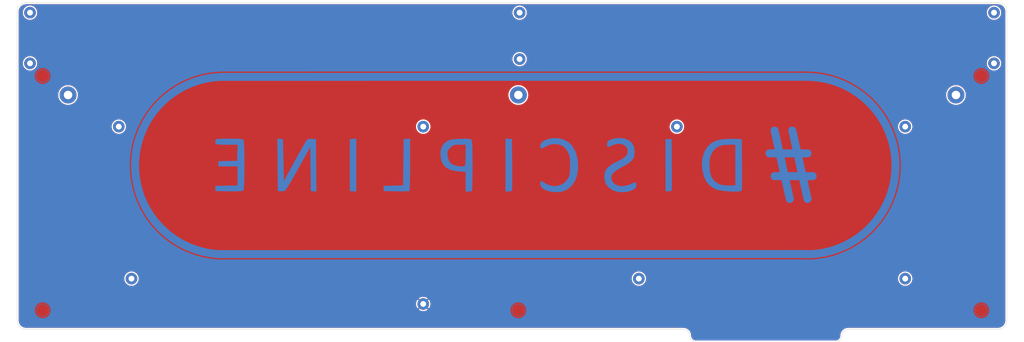
<source format=kicad_pcb>
(kicad_pcb (version 20171130) (host pcbnew "(5.1.5-0-10_14)")

  (general
    (thickness 1.6)
    (drawings 19)
    (tracks 0)
    (zones 0)
    (modules 18)
    (nets 2)
  )

  (page A2)
  (layers
    (0 F.Cu signal)
    (31 B.Cu signal)
    (32 B.Adhes user)
    (33 F.Adhes user)
    (34 B.Paste user)
    (35 F.Paste user)
    (36 B.SilkS user)
    (37 F.SilkS user)
    (38 B.Mask user)
    (39 F.Mask user)
    (40 Dwgs.User user)
    (41 Cmts.User user)
    (42 Eco1.User user)
    (43 Eco2.User user)
    (44 Edge.Cuts user)
    (45 Margin user)
    (46 B.CrtYd user)
    (47 F.CrtYd user)
    (48 B.Fab user)
    (49 F.Fab user)
  )

  (setup
    (last_trace_width 0.25)
    (user_trace_width 0.25)
    (user_trace_width 0.4)
    (trace_clearance 0.2)
    (zone_clearance 0.508)
    (zone_45_only no)
    (trace_min 0.2)
    (via_size 0.8)
    (via_drill 0.4)
    (via_min_size 0.4)
    (via_min_drill 0.3)
    (uvia_size 0.3)
    (uvia_drill 0.1)
    (uvias_allowed no)
    (uvia_min_size 0.2)
    (uvia_min_drill 0.1)
    (edge_width 0.15)
    (segment_width 0.2)
    (pcb_text_width 0.3)
    (pcb_text_size 1.5 1.5)
    (mod_edge_width 0.15)
    (mod_text_size 1 1)
    (mod_text_width 0.15)
    (pad_size 4.4 4.4)
    (pad_drill 2.2)
    (pad_to_mask_clearance 0.051)
    (solder_mask_min_width 0.25)
    (aux_axis_origin 63.2142 94.76362)
    (grid_origin 63.3412 223.35112)
    (visible_elements 7FFFFFFF)
    (pcbplotparams
      (layerselection 0x010fc_ffffffff)
      (usegerberextensions false)
      (usegerberattributes false)
      (usegerberadvancedattributes false)
      (creategerberjobfile false)
      (excludeedgelayer true)
      (linewidth 0.100000)
      (plotframeref false)
      (viasonmask false)
      (mode 1)
      (useauxorigin false)
      (hpglpennumber 1)
      (hpglpenspeed 20)
      (hpglpendiameter 15.000000)
      (psnegative false)
      (psa4output false)
      (plotreference true)
      (plotvalue true)
      (plotinvisibletext false)
      (padsonsilk false)
      (subtractmaskfromsilk false)
      (outputformat 1)
      (mirror false)
      (drillshape 0)
      (scaleselection 1)
      (outputdirectory "/Users/ericlau/git/NumDiscipline/gerber/bottom/"))
  )

  (net 0 "")
  (net 1 GND)

  (net_class Default "This is the default net class."
    (clearance 0.2)
    (trace_width 0.25)
    (via_dia 0.8)
    (via_drill 0.4)
    (uvia_dia 0.3)
    (uvia_drill 0.1)
    (add_net GND)
  )

  (module cftkb:NumDiscipline_LARGE_COPPER (layer B.Cu) (tedit 5EBB10CB) (tstamp 5EBB1427)
    (at 313.37245 113.81362 180)
    (fp_text reference REF** (at 0 -5.08) (layer Cmts.User) hide
      (effects (font (size 1 1) (thickness 0.15)))
    )
    (fp_text value LOGO (at 0 0.5) (layer B.Fab)
      (effects (font (size 1 1) (thickness 0.15)) (justify mirror))
    )
    (fp_poly (pts (xy -40.79736 9.815372) (xy -39.569807 9.474783) (xy -38.647294 9.03334) (xy -38.226112 8.586122)
      (xy -38.047906 7.744564) (xy -38.115562 7.00813) (xy -38.312349 6.705408) (xy -38.74782 6.735629)
      (xy -39.51271 7.015071) (xy -39.846587 7.174651) (xy -41.421829 7.73969) (xy -42.908843 7.84629)
      (xy -44.198847 7.532994) (xy -45.183055 6.838348) (xy -45.752683 5.800895) (xy -45.850256 5.047436)
      (xy -45.616965 3.922045) (xy -44.880141 2.932977) (xy -43.58436 2.022313) (xy -42.393264 1.434871)
      (xy -40.126945 0.278407) (xy -38.497955 -0.903281) (xy -37.666408 -1.851626) (xy -37.245505 -2.928694)
      (xy -37.068894 -4.334429) (xy -37.143491 -5.791015) (xy -37.476214 -7.020636) (xy -37.534714 -7.141485)
      (xy -38.625643 -8.57355) (xy -40.157636 -9.617074) (xy -42.02297 -10.234241) (xy -44.113927 -10.38723)
      (xy -46.013077 -10.118086) (xy -47.175977 -9.733832) (xy -48.194837 -9.220129) (xy -48.831176 -8.699046)
      (xy -48.857449 -8.662148) (xy -49.069994 -8.009039) (xy -49.063793 -7.249836) (xy -48.848306 -6.724204)
      (xy -48.802482 -6.688903) (xy -48.35698 -6.715984) (xy -47.575008 -6.999255) (xy -47.139177 -7.20932)
      (xy -45.401938 -7.878519) (xy -43.729749 -8.097646) (xy -42.222191 -7.899456) (xy -40.978843 -7.316699)
      (xy -40.099286 -6.38213) (xy -39.683099 -5.128499) (xy -39.663077 -4.750388) (xy -39.877398 -3.860573)
      (xy -40.555494 -2.971159) (xy -41.750064 -2.033112) (xy -43.513804 -0.997396) (xy -43.932334 -0.777912)
      (xy -45.766999 0.257165) (xy -47.054713 1.224379) (xy -47.877351 2.22543) (xy -48.316784 3.362015)
      (xy -48.454886 4.735831) (xy -48.455384 4.840361) (xy -48.1993 6.706866) (xy -47.434719 8.167745)
      (xy -46.167149 9.217333) (xy -44.402098 9.849965) (xy -43.441982 9.997625) (xy -42.148553 10.006016)
      (xy -40.79736 9.815372)) (layer B.Cu) (width 0.01))
    (fp_poly (pts (xy -17.359953 9.956917) (xy -15.236835 9.416707) (xy -14.651152 9.1498) (xy -13.608591 8.476872)
      (xy -13.087232 7.716106) (xy -12.960512 6.831046) (xy -13.109853 6.199229) (xy -13.586219 6.061398)
      (xy -14.432129 6.415293) (xy -14.932401 6.726233) (xy -16.310611 7.411467) (xy -17.912978 7.714238)
      (xy -18.118807 7.728795) (xy -20.006391 7.600701) (xy -21.537242 6.938789) (xy -22.766043 5.711769)
      (xy -23.361897 4.728836) (xy -23.746744 3.907906) (xy -23.991866 3.130994) (xy -24.127644 2.213713)
      (xy -24.184456 0.971674) (xy -24.193507 -0.3186) (xy -24.173128 -1.955458) (xy -24.095766 -3.116845)
      (xy -23.93434 -3.977889) (xy -23.661767 -4.713713) (xy -23.44768 -5.141621) (xy -22.345667 -6.574091)
      (xy -20.886747 -7.542132) (xy -19.193052 -8.022547) (xy -17.386718 -7.992141) (xy -15.589876 -7.42772)
      (xy -14.572796 -6.827124) (xy -13.85845 -6.388099) (xy -13.340346 -6.18833) (xy -13.317294 -6.18718)
      (xy -13.0101 -6.44419) (xy -12.955976 -7.07058) (xy -13.124491 -7.849385) (xy -13.485215 -8.563644)
      (xy -13.682052 -8.787871) (xy -14.885705 -9.545905) (xy -16.513485 -10.071595) (xy -18.369171 -10.330935)
      (xy -20.256542 -10.289922) (xy -21.310536 -10.109873) (xy -23.180843 -9.345674) (xy -24.736142 -8.056094)
      (xy -25.943313 -6.302868) (xy -26.769236 -4.147735) (xy -27.18079 -1.65243) (xy -27.170999 0.814102)
      (xy -26.756021 3.332649) (xy -25.946964 5.54716) (xy -24.792299 7.352419) (xy -23.666757 8.420666)
      (xy -21.753072 9.444488) (xy -19.591418 9.961375) (xy -17.359953 9.956917)) (layer B.Cu) (width 0.01))
    (fp_poly (pts (xy -82.827598 9.681897) (xy -80.701969 9.441491) (xy -78.940553 8.954512) (xy -77.415163 8.196458)
      (xy -77.34381 8.151647) (xy -75.831571 6.819221) (xy -74.695967 5.027672) (xy -73.96849 2.87019)
      (xy -73.680632 0.43996) (xy -73.86125 -2.153388) (xy -74.482848 -4.627669) (xy -75.494885 -6.605627)
      (xy -76.930678 -8.135578) (xy -78.74 -9.228317) (xy -79.649422 -9.515588) (xy -80.926813 -9.755219)
      (xy -82.434352 -9.940356) (xy -84.03422 -10.064147) (xy -85.588597 -10.119738) (xy -86.959664 -10.100276)
      (xy -88.0096 -9.998908) (xy -88.600587 -9.808781) (xy -88.67267 -9.722221) (xy -88.713917 -9.291818)
      (xy -88.745709 -8.296373) (xy -88.767299 -6.822069) (xy -88.777937 -4.955087) (xy -88.776875 -2.781611)
      (xy -88.763364 -0.387822) (xy -88.758582 0.166784) (xy -88.691455 7.489743) (xy -86.229743 7.489743)
      (xy -86.229743 -7.815385) (xy -83.693615 -7.815385) (xy -82.125565 -7.761405) (xy -80.953982 -7.569077)
      (xy -79.930689 -7.192817) (xy -79.704512 -7.082693) (xy -78.329147 -6.108109) (xy -77.360944 -4.745072)
      (xy -76.766214 -2.929012) (xy -76.530183 -0.99868) (xy -76.541965 1.309567) (xy -76.893419 3.165184)
      (xy -77.61556 4.689041) (xy -78.178743 5.425858) (xy -79.242825 6.427347) (xy -80.431955 7.063591)
      (xy -81.915169 7.396907) (xy -83.776976 7.489743) (xy -86.229743 7.489743) (xy -88.691455 7.489743)
      (xy -88.672051 9.60641) (xy -85.44563 9.700232) (xy -82.827598 9.681897)) (layer B.Cu) (width 0.01))
    (fp_poly (pts (xy -60.015641 -9.932052) (xy -61.076213 -10.034261) (xy -61.934006 -9.983787) (xy -62.302488 -9.704656)
      (xy -62.342002 -9.278899) (xy -62.372229 -8.287892) (xy -62.39248 -6.817611) (xy -62.402064 -4.954031)
      (xy -62.400293 -2.783128) (xy -62.386477 -0.390878) (xy -62.381659 0.166784) (xy -62.295128 9.60641)
      (xy -60.015641 9.60641) (xy -60.015641 -9.932052)) (layer B.Cu) (width 0.01))
    (fp_poly (pts (xy 0.065129 -10.094872) (xy -1.084835 -10.094872) (xy -1.891626 -9.989629) (xy -2.36649 -9.731517)
      (xy -2.39252 -9.683857) (xy -2.429984 -9.263599) (xy -2.458358 -8.277845) (xy -2.477024 -6.812326)
      (xy -2.485361 -4.952773) (xy -2.48275 -2.784919) (xy -2.468572 -0.394493) (xy -2.46371 0.166784)
      (xy -2.377179 9.60641) (xy -1.156025 9.707478) (xy 0.065129 9.808545) (xy 0.065129 -10.094872)) (layer B.Cu) (width 0.01))
    (fp_poly (pts (xy 17.104089 9.710031) (xy 18.801153 9.627201) (xy 20.003539 9.5124) (xy 20.867845 9.336891)
      (xy 21.550665 9.071936) (xy 22.020979 8.807708) (xy 23.283628 7.810159) (xy 24.061734 6.610652)
      (xy 24.428526 5.06337) (xy 24.481631 3.907692) (xy 24.245145 1.79771) (xy 23.535522 0.117854)
      (xy 22.338851 -1.144894) (xy 20.641219 -2.003555) (xy 18.428715 -2.471146) (xy 17.59009 -2.541454)
      (xy 15.044616 -2.688809) (xy 15.044616 -10.094872) (xy 13.959146 -10.094872) (xy 13.154514 -10.035296)
      (xy 12.671287 -9.890598) (xy 12.656582 -9.877778) (xy 12.600903 -9.50844) (xy 12.550506 -8.571729)
      (xy 12.507296 -7.151546) (xy 12.473175 -5.331792) (xy 12.450048 -3.196366) (xy 12.439819 -0.82917)
      (xy 12.439488 -0.311241) (xy 12.443846 2.461686) (xy 12.45925 4.652927) (xy 12.48919 6.332035)
      (xy 12.534099 7.489743) (xy 15.044616 7.489743) (xy 15.044616 3.636324) (xy 15.06198 2.112993)
      (xy 15.109223 0.835474) (xy 15.17907 -0.059816) (xy 15.26171 -0.434188) (xy 15.780376 -0.603208)
      (xy 16.712352 -0.639189) (xy 17.834808 -0.548722) (xy 18.924915 -0.338397) (xy 18.976489 -0.324321)
      (xy 20.362246 0.315937) (xy 21.273681 1.362647) (xy 21.750687 2.868294) (xy 21.814398 3.40956)
      (xy 21.870023 4.474986) (xy 21.7519 5.16847) (xy 21.366606 5.76438) (xy 20.815628 6.342834)
      (xy 20.173494 6.944688) (xy 19.612181 7.287998) (xy 18.913635 7.445065) (xy 17.859805 7.488188)
      (xy 17.356667 7.489743) (xy 15.044616 7.489743) (xy 12.534099 7.489743) (xy 12.537157 7.568563)
      (xy 12.606644 8.432063) (xy 12.701142 8.992087) (xy 12.824142 9.318188) (xy 12.929221 9.444645)
      (xy 13.409271 9.634828) (xy 14.329178 9.734377) (xy 15.765744 9.748175) (xy 17.104089 9.710031)) (layer B.Cu) (width 0.01))
    (fp_poly (pts (xy 37.106795 9.707478) (xy 38.327949 9.60641) (xy 38.501367 -7.794154) (xy 45.817693 -7.978206)
      (xy 45.817693 -9.932052) (xy 41.077108 -10.021809) (xy 39.381399 -10.038911) (xy 37.922152 -10.025277)
      (xy 36.820906 -9.984227) (xy 36.199202 -9.919083) (xy 36.111082 -9.886125) (xy 36.054372 -9.515486)
      (xy 36.002891 -8.575791) (xy 35.958501 -7.149257) (xy 35.923063 -5.318102) (xy 35.898438 -3.164543)
      (xy 35.886487 -0.770797) (xy 35.885641 0.073931) (xy 35.885641 9.808545) (xy 37.106795 9.707478)) (layer B.Cu) (width 0.01))
    (fp_poly (pts (xy 57.296539 9.707478) (xy 58.517693 9.60641) (xy 58.517693 -9.932052) (xy 57.296539 -10.033119)
      (xy 56.075385 -10.134187) (xy 56.075385 9.808545) (xy 57.296539 9.707478)) (layer B.Cu) (width 0.01))
    (fp_poly (pts (xy 85.632114 -0.06042) (xy 85.545898 -9.932052) (xy 84.406154 -10.027955) (xy 83.472991 -9.977909)
      (xy 82.753592 -9.726278) (xy 82.720498 -9.702314) (xy 82.424644 -9.315274) (xy 81.863081 -8.434047)
      (xy 81.081727 -7.136335) (xy 80.1265 -5.49984) (xy 79.043317 -3.602263) (xy 77.878098 -1.521307)
      (xy 77.760222 -1.308628) (xy 73.345859 6.663514) (xy 73.171539 -9.932052) (xy 72.108399 -10.034453)
      (xy 71.04526 -10.136853) (xy 71.131476 -0.265222) (xy 71.217693 9.60641) (xy 72.72799 9.704172)
      (xy 73.733307 9.70975) (xy 74.355474 9.504873) (xy 74.844657 9.013212) (xy 75.165327 8.514598)
      (xy 75.745188 7.531257) (xy 76.534073 6.151583) (xy 77.481816 4.463967) (xy 78.538253 2.556803)
      (xy 79.358718 1.059389) (xy 83.266411 -6.105712) (xy 83.429231 1.750349) (xy 83.592052 9.60641)
      (xy 84.655191 9.708811) (xy 85.718331 9.811212) (xy 85.632114 -0.06042)) (layer B.Cu) (width 0.01))
    (fp_poly (pts (xy 105.73048 9.763321) (xy 107.08399 9.737821) (xy 107.98475 9.681068) (xy 108.532004 9.581402)
      (xy 108.824994 9.427162) (xy 108.962961 9.206687) (xy 108.977491 9.163824) (xy 109.041461 8.375376)
      (xy 108.964596 8.02408) (xy 108.791993 7.797398) (xy 108.408297 7.644102) (xy 107.7063 7.550723)
      (xy 106.578799 7.503794) (xy 104.918589 7.489843) (xy 104.711658 7.489743) (xy 100.663766 7.489743)
      (xy 100.757396 4.477564) (xy 100.851026 1.465384) (xy 107.852308 1.28053) (xy 107.852308 -0.651282)
      (xy 100.688205 -0.651282) (xy 100.688205 -7.795927) (xy 104.840129 -7.887066) (xy 108.992052 -7.978206)
      (xy 108.992052 -9.932052) (xy 103.936232 -10.02136) (xy 101.787205 -10.041561) (xy 100.224923 -10.012754)
      (xy 99.186434 -9.931369) (xy 98.608787 -9.793837) (xy 98.481745 -9.712001) (xy 98.358389 -9.26989)
      (xy 98.255928 -8.27967) (xy 98.174405 -6.844145) (xy 98.113861 -5.06612) (xy 98.074339 -3.048399)
      (xy 98.055881 -0.893786) (xy 98.058531 1.294915) (xy 98.082331 3.414899) (xy 98.127323 5.363362)
      (xy 98.19355 7.037501) (xy 98.281054 8.334509) (xy 98.389878 9.151585) (xy 98.473847 9.378461)
      (xy 98.935208 9.551893) (xy 99.941561 9.673147) (xy 101.527382 9.744743) (xy 103.727151 9.769197)
      (xy 103.824979 9.76923) (xy 105.73048 9.763321)) (layer B.Cu) (width 0.01))
    (fp_arc (start -113.02 -0.34) (end -113.02 33.01) (angle 180) (layer B.Cu) (width 3))
    (fp_arc (start 105.79 -0.34) (end 105.79 -33.69) (angle 180) (layer B.Cu) (width 3))
    (fp_line (start -112.95 33.04) (end 106.37 33.01) (layer B.Cu) (width 3))
    (fp_line (start -113.4 -33.61) (end 105.92 -33.64) (layer B.Cu) (width 3))
    (fp_text user "#" (at -107.15625 0) (layer B.Cu)
      (effects (font (size 20 20) (thickness 3)) (justify mirror))
    )
  )

  (module MountingHole:MountingHole_3.2mm_M3_Pad (layer F.Cu) (tedit 56D1B4CB) (tstamp 5EBAD669)
    (at 318.13495 87.61987)
    (descr "Mounting Hole 3.2mm, M3")
    (tags "mounting hole 3.2mm m3")
    (attr virtual)
    (fp_text reference REF** (at 0 -3.2) (layer Cmts.User)
      (effects (font (size 1 1) (thickness 0.15)))
    )
    (fp_text value MountingHole_3.2mm_M3_Pad (at 0 3.2) (layer F.Fab)
      (effects (font (size 1 1) (thickness 0.15)))
    )
    (fp_text user %R (at 0.3 0) (layer F.Fab)
      (effects (font (size 1 1) (thickness 0.15)))
    )
    (fp_circle (center 0 0) (end 3.2 0) (layer Cmts.User) (width 0.15))
    (fp_circle (center 0 0) (end 3.45 0) (layer F.CrtYd) (width 0.05))
    (pad 1 thru_hole circle (at 0 0) (size 6.4 6.4) (drill 3.2) (layers *.Cu *.Mask))
  )

  (module cftkb:MountingHole_2.2mm_M2_Pad (layer F.Cu) (tedit 5CFB748D) (tstamp 5EBAD684)
    (at 363.3787 156.67612)
    (descr "Mounting Hole 2.2mm, M2")
    (tags "mounting hole 2.2mm m2")
    (attr virtual)
    (fp_text reference REF** (at 0 -3.2) (layer Cmts.User)
      (effects (font (size 1 1) (thickness 0.15)))
    )
    (fp_text value MountingHole_2.2mm_M2_Pad (at 0 3.2) (layer F.Fab)
      (effects (font (size 1 1) (thickness 0.15)))
    )
    (fp_circle (center 0 0) (end 2.45 0) (layer F.CrtYd) (width 0.05))
    (fp_circle (center 0 0) (end 2.2 0) (layer Cmts.User) (width 0.15))
    (fp_text user %R (at 0.3 0) (layer F.Fab)
      (effects (font (size 1 1) (thickness 0.15)))
    )
    (pad 1 thru_hole circle (at 0 0) (size 4.4 4.4) (drill 2.2) (layers *.Cu *.Mask))
  )

  (module cftkb:MountingHole_2.2mm_M2_Pad (layer F.Cu) (tedit 5CFB748D) (tstamp 5EBAD684)
    (at 282.4162 99.52612)
    (descr "Mounting Hole 2.2mm, M2")
    (tags "mounting hole 2.2mm m2")
    (attr virtual)
    (fp_text reference REF** (at 0 -3.2) (layer Cmts.User)
      (effects (font (size 1 1) (thickness 0.15)))
    )
    (fp_text value MountingHole_2.2mm_M2_Pad (at 0 3.2) (layer F.Fab)
      (effects (font (size 1 1) (thickness 0.15)))
    )
    (fp_circle (center 0 0) (end 2.45 0) (layer F.CrtYd) (width 0.05))
    (fp_circle (center 0 0) (end 2.2 0) (layer Cmts.User) (width 0.15))
    (fp_text user %R (at 0.3 0) (layer F.Fab)
      (effects (font (size 1 1) (thickness 0.15)))
    )
    (pad 1 thru_hole circle (at 0 0) (size 4.4 4.4) (drill 2.2) (layers *.Cu *.Mask))
  )

  (module MountingHole:MountingHole_3.2mm_M3_Pad (layer F.Cu) (tedit 56D1B4CB) (tstamp 5EBAD374)
    (at 482.4412 87.61987)
    (descr "Mounting Hole 3.2mm, M3")
    (tags "mounting hole 3.2mm m3")
    (attr virtual)
    (fp_text reference REF** (at 0 -3.2) (layer Cmts.User)
      (effects (font (size 1 1) (thickness 0.15)))
    )
    (fp_text value MountingHole_3.2mm_M3_Pad (at 0 3.2) (layer F.Fab)
      (effects (font (size 1 1) (thickness 0.15)))
    )
    (fp_circle (center 0 0) (end 3.45 0) (layer F.CrtYd) (width 0.05))
    (fp_circle (center 0 0) (end 3.2 0) (layer Cmts.User) (width 0.15))
    (fp_text user %R (at 0.3 0) (layer F.Fab)
      (effects (font (size 1 1) (thickness 0.15)))
    )
    (pad 1 thru_hole circle (at 0 0) (size 6.4 6.4) (drill 3.2) (layers *.Cu *.Mask))
  )

  (module MountingHole:MountingHole_3.2mm_M3_Pad (layer F.Cu) (tedit 56D1B4CB) (tstamp 5EBAD382)
    (at 149.0662 87.61987)
    (descr "Mounting Hole 3.2mm, M3")
    (tags "mounting hole 3.2mm m3")
    (attr virtual)
    (fp_text reference REF** (at 0 -3.2) (layer Cmts.User)
      (effects (font (size 1 1) (thickness 0.15)))
    )
    (fp_text value MountingHole_3.2mm_M3_Pad (at 0 3.2) (layer F.Fab)
      (effects (font (size 1 1) (thickness 0.15)))
    )
    (fp_circle (center 0 0) (end 3.45 0) (layer F.CrtYd) (width 0.05))
    (fp_circle (center 0 0) (end 3.2 0) (layer Cmts.User) (width 0.15))
    (fp_text user %R (at 0.3 0) (layer F.Fab)
      (effects (font (size 1 1) (thickness 0.15)))
    )
    (pad 1 thru_hole circle (at 0 0) (size 6.4 6.4) (drill 3.2) (layers *.Cu *.Mask))
  )

  (module cftkb:MountingHole_2.2mm_M2_Pad (layer F.Cu) (tedit 5CFB748D) (tstamp 5EBAD468)
    (at 134.7787 56.66362)
    (descr "Mounting Hole 2.2mm, M2")
    (tags "mounting hole 2.2mm m2")
    (attr virtual)
    (fp_text reference REF** (at 0 -3.2) (layer Cmts.User)
      (effects (font (size 1 1) (thickness 0.15)))
    )
    (fp_text value MountingHole_2.2mm_M2_Pad (at 0 3.2) (layer F.Fab)
      (effects (font (size 1 1) (thickness 0.15)))
    )
    (fp_circle (center 0 0) (end 2.45 0) (layer F.CrtYd) (width 0.05))
    (fp_circle (center 0 0) (end 2.2 0) (layer Cmts.User) (width 0.15))
    (fp_text user %R (at 0.3 0) (layer F.Fab)
      (effects (font (size 1 1) (thickness 0.15)))
    )
    (pad 1 thru_hole circle (at 0 0) (size 4.4 4.4) (drill 2.2) (layers *.Cu *.Mask))
  )

  (module cftkb:MountingHole_2.2mm_M2_Pad (layer F.Cu) (tedit 5CFB748D) (tstamp 5EBAD468)
    (at 463.3912 156.67612)
    (descr "Mounting Hole 2.2mm, M2")
    (tags "mounting hole 2.2mm m2")
    (attr virtual)
    (fp_text reference REF** (at 0 -3.2) (layer Cmts.User)
      (effects (font (size 1 1) (thickness 0.15)))
    )
    (fp_text value MountingHole_2.2mm_M2_Pad (at 0 3.2) (layer F.Fab)
      (effects (font (size 1 1) (thickness 0.15)))
    )
    (fp_circle (center 0 0) (end 2.45 0) (layer F.CrtYd) (width 0.05))
    (fp_circle (center 0 0) (end 2.2 0) (layer Cmts.User) (width 0.15))
    (fp_text user %R (at 0.3 0) (layer F.Fab)
      (effects (font (size 1 1) (thickness 0.15)))
    )
    (pad 1 thru_hole circle (at 0 0) (size 4.4 4.4) (drill 2.2) (layers *.Cu *.Mask))
  )

  (module cftkb:MountingHole_2.2mm_M2_Pad (layer F.Cu) (tedit 5CFB748D) (tstamp 5EBAD3C7)
    (at 134.7787 75.71362)
    (descr "Mounting Hole 2.2mm, M2")
    (tags "mounting hole 2.2mm m2")
    (attr virtual)
    (fp_text reference REF** (at 0 -3.2) (layer Cmts.User)
      (effects (font (size 1 1) (thickness 0.15)))
    )
    (fp_text value MountingHole_2.2mm_M2_Pad (at 0 3.2) (layer F.Fab)
      (effects (font (size 1 1) (thickness 0.15)))
    )
    (fp_text user %R (at 0.3 0) (layer F.Fab)
      (effects (font (size 1 1) (thickness 0.15)))
    )
    (fp_circle (center 0 0) (end 2.2 0) (layer Cmts.User) (width 0.15))
    (fp_circle (center 0 0) (end 2.45 0) (layer F.CrtYd) (width 0.05))
    (pad 1 thru_hole circle (at 0 0) (size 4.4 4.4) (drill 2.2) (layers *.Cu *.Mask))
  )

  (module cftkb:MountingHole_2.2mm_M2_Pad (layer F.Cu) (tedit 5CFB748D) (tstamp 5EBAD3C0)
    (at 496.7287 56.66362)
    (descr "Mounting Hole 2.2mm, M2")
    (tags "mounting hole 2.2mm m2")
    (attr virtual)
    (fp_text reference REF** (at 0 -3.2) (layer Cmts.User)
      (effects (font (size 1 1) (thickness 0.15)))
    )
    (fp_text value MountingHole_2.2mm_M2_Pad (at 0 3.2) (layer F.Fab)
      (effects (font (size 1 1) (thickness 0.15)))
    )
    (fp_text user %R (at 0.3 0) (layer F.Fab)
      (effects (font (size 1 1) (thickness 0.15)))
    )
    (fp_circle (center 0 0) (end 2.2 0) (layer Cmts.User) (width 0.15))
    (fp_circle (center 0 0) (end 2.45 0) (layer F.CrtYd) (width 0.05))
    (pad 1 thru_hole circle (at 0 0) (size 4.4 4.4) (drill 2.2) (layers *.Cu *.Mask))
  )

  (module cftkb:MountingHole_2.2mm_M2_Pad (layer F.Cu) (tedit 5CFB748D) (tstamp 5EBAD3B9)
    (at 496.7287 75.71362)
    (descr "Mounting Hole 2.2mm, M2")
    (tags "mounting hole 2.2mm m2")
    (attr virtual)
    (fp_text reference REF** (at 0 -3.2) (layer Cmts.User)
      (effects (font (size 1 1) (thickness 0.15)))
    )
    (fp_text value MountingHole_2.2mm_M2_Pad (at 0 3.2) (layer F.Fab)
      (effects (font (size 1 1) (thickness 0.15)))
    )
    (fp_text user %R (at 0.3 0) (layer F.Fab)
      (effects (font (size 1 1) (thickness 0.15)))
    )
    (fp_circle (center 0 0) (end 2.2 0) (layer Cmts.User) (width 0.15))
    (fp_circle (center 0 0) (end 2.45 0) (layer F.CrtYd) (width 0.05))
    (pad 1 thru_hole circle (at 0 0) (size 4.4 4.4) (drill 2.2) (layers *.Cu *.Mask))
  )

  (module cftkb:MountingHole_2.2mm_M2_Pad (layer F.Cu) (tedit 5CFB748D) (tstamp 5EBAD3B2)
    (at 377.66615 99.52612)
    (descr "Mounting Hole 2.2mm, M2")
    (tags "mounting hole 2.2mm m2")
    (attr virtual)
    (fp_text reference REF** (at 0 -3.2) (layer Cmts.User)
      (effects (font (size 1 1) (thickness 0.15)))
    )
    (fp_text value MountingHole_2.2mm_M2_Pad (at 0 3.2) (layer F.Fab)
      (effects (font (size 1 1) (thickness 0.15)))
    )
    (fp_text user %R (at 0.3 0) (layer F.Fab)
      (effects (font (size 1 1) (thickness 0.15)))
    )
    (fp_circle (center 0 0) (end 2.2 0) (layer Cmts.User) (width 0.15))
    (fp_circle (center 0 0) (end 2.45 0) (layer F.CrtYd) (width 0.05))
    (pad 1 thru_hole circle (at 0 0) (size 4.4 4.4) (drill 2.2) (layers *.Cu *.Mask))
  )

  (module cftkb:MountingHole_2.2mm_M2_Pad (layer F.Cu) (tedit 5CFB748D) (tstamp 5EBAD3AB)
    (at 168.11615 99.51599)
    (descr "Mounting Hole 2.2mm, M2")
    (tags "mounting hole 2.2mm m2")
    (attr virtual)
    (fp_text reference REF** (at 0 -3.2) (layer Cmts.User)
      (effects (font (size 1 1) (thickness 0.15)))
    )
    (fp_text value MountingHole_2.2mm_M2_Pad (at 0 3.2) (layer F.Fab)
      (effects (font (size 1 1) (thickness 0.15)))
    )
    (fp_text user %R (at 0.3 0) (layer F.Fab)
      (effects (font (size 1 1) (thickness 0.15)))
    )
    (fp_circle (center 0 0) (end 2.2 0) (layer Cmts.User) (width 0.15))
    (fp_circle (center 0 0) (end 2.45 0) (layer F.CrtYd) (width 0.05))
    (pad 1 thru_hole circle (at 0 0) (size 4.4 4.4) (drill 2.2) (layers *.Cu *.Mask))
  )

  (module cftkb:MountingHole_2.2mm_M2_Pad (layer F.Cu) (tedit 5EBBFE1C) (tstamp 5EBAD390)
    (at 282.4162 166.20112)
    (descr "Mounting Hole 2.2mm, M2")
    (tags "mounting hole 2.2mm m2")
    (attr virtual)
    (fp_text reference REF** (at 0 -3.2) (layer Cmts.User)
      (effects (font (size 1 1) (thickness 0.15)))
    )
    (fp_text value MountingHole_2.2mm_M2_Pad (at 0 3.2) (layer F.Fab)
      (effects (font (size 1 1) (thickness 0.15)))
    )
    (fp_circle (center 0 0) (end 2.45 0) (layer F.CrtYd) (width 0.05))
    (fp_circle (center 0 0) (end 2.2 0) (layer Cmts.User) (width 0.15))
    (fp_text user %R (at 0.3 0) (layer F.Fab)
      (effects (font (size 1 1) (thickness 0.15)))
    )
    (pad 1 thru_hole circle (at 0 0) (size 4.4 4.4) (drill 2.2) (layers *.Cu *.Mask)
      (net 1 GND))
  )

  (module cftkb:MountingHole_2.2mm_M2_Pad (layer F.Cu) (tedit 5CFB748D) (tstamp 5EBAD389)
    (at 318.6107 56.66362)
    (descr "Mounting Hole 2.2mm, M2")
    (tags "mounting hole 2.2mm m2")
    (attr virtual)
    (fp_text reference REF** (at 0 -3.2) (layer Cmts.User)
      (effects (font (size 1 1) (thickness 0.15)))
    )
    (fp_text value MountingHole_2.2mm_M2_Pad (at 0 3.2) (layer F.Fab)
      (effects (font (size 1 1) (thickness 0.15)))
    )
    (fp_circle (center 0 0) (end 2.45 0) (layer F.CrtYd) (width 0.05))
    (fp_circle (center 0 0) (end 2.2 0) (layer Cmts.User) (width 0.15))
    (fp_text user %R (at 0.3 0) (layer F.Fab)
      (effects (font (size 1 1) (thickness 0.15)))
    )
    (pad 1 thru_hole circle (at 0 0) (size 4.4 4.4) (drill 2.2) (layers *.Cu *.Mask))
  )

  (module cftkb:MountingHole_2.2mm_M2_Pad (layer F.Cu) (tedit 5CFB748D) (tstamp 5EBAD365)
    (at 463.3912 99.52612)
    (descr "Mounting Hole 2.2mm, M2")
    (tags "mounting hole 2.2mm m2")
    (attr virtual)
    (fp_text reference REF** (at 0 -3.2) (layer Cmts.User)
      (effects (font (size 1 1) (thickness 0.15)))
    )
    (fp_text value MountingHole_2.2mm_M2_Pad (at 0 3.2) (layer F.Fab)
      (effects (font (size 1 1) (thickness 0.15)))
    )
    (fp_text user %R (at 0.3 0) (layer F.Fab)
      (effects (font (size 1 1) (thickness 0.15)))
    )
    (fp_circle (center 0 0) (end 2.2 0) (layer Cmts.User) (width 0.15))
    (fp_circle (center 0 0) (end 2.45 0) (layer F.CrtYd) (width 0.05))
    (pad 1 thru_hole circle (at 0 0) (size 4.4 4.4) (drill 2.2) (layers *.Cu *.Mask))
  )

  (module cftkb:MountingHole_2.2mm_M2_Pad (layer F.Cu) (tedit 5EBBFE0B) (tstamp 5EBAD35E)
    (at 172.8787 156.67612)
    (descr "Mounting Hole 2.2mm, M2")
    (tags "mounting hole 2.2mm m2")
    (attr virtual)
    (fp_text reference REF** (at 0 -3.2) (layer Cmts.User)
      (effects (font (size 1 1) (thickness 0.15)))
    )
    (fp_text value MountingHole_2.2mm_M2_Pad (at 0 3.2) (layer F.Fab)
      (effects (font (size 1 1) (thickness 0.15)))
    )
    (fp_text user %R (at 0.3 0) (layer F.Fab)
      (effects (font (size 1 1) (thickness 0.15)))
    )
    (fp_circle (center 0 0) (end 2.2 0) (layer Cmts.User) (width 0.15))
    (fp_circle (center 0 0) (end 2.45 0) (layer F.CrtYd) (width 0.05))
    (pad 1 thru_hole circle (at 0 0) (size 4.4 4.4) (drill 2.2) (layers *.Cu *.Mask))
  )

  (module cftkb:MountingHole_2.2mm_M2_Pad (layer F.Cu) (tedit 5CFB748D) (tstamp 5EBAD357)
    (at 318.6112 74.12612)
    (descr "Mounting Hole 2.2mm, M2")
    (tags "mounting hole 2.2mm m2")
    (attr virtual)
    (fp_text reference REF** (at 0 -3.2) (layer Cmts.User)
      (effects (font (size 1 1) (thickness 0.15)))
    )
    (fp_text value MountingHole_2.2mm_M2_Pad (at 0 3.2) (layer F.Fab)
      (effects (font (size 1 1) (thickness 0.15)))
    )
    (fp_text user %R (at 0.3 0) (layer F.Fab)
      (effects (font (size 1 1) (thickness 0.15)))
    )
    (fp_circle (center 0 0) (end 2.2 0) (layer Cmts.User) (width 0.15))
    (fp_circle (center 0 0) (end 2.45 0) (layer F.CrtYd) (width 0.05))
    (pad 1 thru_hole circle (at 0 0) (size 4.4 4.4) (drill 2.2) (layers *.Cu *.Mask))
  )

  (gr_arc (start 133.27295 56.22937) (end 133.27295 52.92237) (angle -90) (layer Edge.Cuts) (width 0.15) (tstamp 5EBAD3AA))
  (gr_arc (start 133.27295 172.42237) (end 129.96595 172.42537) (angle -90) (layer Edge.Cuts) (width 0.15) (tstamp 5EBAD3A9))
  (gr_arc (start 498.22795 172.41937) (end 498.22795 175.72637) (angle -90) (layer Edge.Cuts) (width 0.15) (tstamp 5EBAD3A8))
  (gr_arc (start 498.22795 56.22937) (end 501.53495 56.22937) (angle -90) (layer Edge.Cuts) (width 0.15) (tstamp 5EBAD3A7))
  (gr_arc (start 380.06895 178.10737) (end 382.44995 178.10737) (angle -90) (layer Edge.Cuts) (width 0.15) (tstamp 5EBAD3A6))
  (gr_arc (start 384.83095 178.10737) (end 382.44995 178.10737) (angle -90) (layer Edge.Cuts) (width 0.15) (tstamp 5EBAD3A5))
  (gr_arc (start 437.21895 178.10737) (end 437.21895 180.48837) (angle -90) (layer Edge.Cuts) (width 0.15) (tstamp 5EBAD3A4))
  (gr_arc (start 441.98095 178.10737) (end 441.98095 175.72637) (angle -90) (layer Edge.Cuts) (width 0.15) (tstamp 5EBAD3A3))
  (gr_line (start 129.96595 172.42537) (end 129.96595 56.22937) (angle 90) (layer Edge.Cuts) (width 0.15) (tstamp 5EBAD3A2))
  (gr_line (start 501.53495 56.22937) (end 501.53495 172.41937) (angle 90) (layer Edge.Cuts) (width 0.15) (tstamp 5EBAD3A1))
  (gr_line (start 437.21895 180.48837) (end 384.83095 180.48837) (angle 90) (layer Edge.Cuts) (width 0.15) (tstamp 5EBAD3A0))
  (gr_line (start 380.06895 175.72637) (end 133.27595 175.72937) (angle 90) (layer Edge.Cuts) (width 0.15) (tstamp 5EBAD39F))
  (gr_line (start 498.22795 175.72637) (end 441.98095 175.72637) (angle 90) (layer Edge.Cuts) (width 0.15) (tstamp 5EBAD39E))
  (gr_line (start 498.22795 52.92237) (end 133.27295 52.92237) (angle 90) (layer Edge.Cuts) (width 0.15) (tstamp 5EBAD39D))
  (gr_circle (center 491.96615 168.57224) (end 494.3474 168.57224) (layer B.Cu) (width 0.15) (tstamp 5EBAD39C))
  (gr_circle (center 491.96615 80.46599) (end 494.3474 80.46599) (layer B.Cu) (width 0.15) (tstamp 5EBAD39B))
  (gr_circle (center 318.1349 168.57224) (end 320.51615 168.57224) (layer B.Cu) (width 0.15) (tstamp 5EBAD39A))
  (gr_circle (center 139.54115 168.57224) (end 141.9224 168.57224) (layer B.Cu) (width 0.15) (tstamp 5EBAD398))
  (gr_circle (center 139.54115 80.46599) (end 141.9224 80.46599) (layer B.Cu) (width 0.15) (tstamp 5EBAD397))

  (zone (net 1) (net_name GND) (layer F.Cu) (tstamp 5EBC6B06) (hatch edge 0.508)
    (connect_pads (clearance 0.508))
    (min_thickness 0.254)
    (fill yes (arc_segments 32) (thermal_gap 0.508) (thermal_bridge_width 0.508))
    (polygon
      (pts
        (xy 501.4912 180.48862) (xy 130.0162 180.48862) (xy 130.0162 51.90112) (xy 501.4912 51.90112)
      )
    )
    (filled_polygon
      (pts
        (xy 498.731712 53.685168) (xy 499.216291 53.831471) (xy 499.663223 54.069109) (xy 500.055488 54.389033) (xy 500.378136 54.779047)
        (xy 500.618889 55.224311) (xy 500.768571 55.707855) (xy 500.82495 56.244267) (xy 500.824951 172.384631) (xy 500.772151 172.923132)
        (xy 500.625848 173.407713) (xy 500.38821 173.854646) (xy 500.068287 174.246907) (xy 499.67827 174.569558) (xy 499.233009 174.810309)
        (xy 498.749465 174.959991) (xy 498.213053 175.01637) (xy 441.946073 175.01637) (xy 441.914768 175.019453) (xy 441.89998 175.01935)
        (xy 441.890114 175.020317) (xy 441.427968 175.06889) (xy 441.364924 175.081831) (xy 441.30172 175.093888) (xy 441.292238 175.096752)
        (xy 441.292231 175.096753) (xy 441.292225 175.096756) (xy 440.848322 175.234167) (xy 440.789046 175.259084) (xy 440.729334 175.28321)
        (xy 440.720581 175.287864) (xy 440.311818 175.508882) (xy 440.258501 175.544845) (xy 440.204624 175.580101) (xy 440.196942 175.586367)
        (xy 439.838892 175.882571) (xy 439.79356 175.92822) (xy 439.74757 175.973257) (xy 439.741256 175.98089) (xy 439.741252 175.980894)
        (xy 439.741251 175.980896) (xy 439.447554 176.341005) (xy 439.411966 176.39457) (xy 439.375587 176.447699) (xy 439.370873 176.45642)
        (xy 439.152714 176.866715) (xy 439.128201 176.926189) (xy 439.10284 176.985359) (xy 439.099909 176.994829) (xy 438.965599 177.439686)
        (xy 438.953099 177.502816) (xy 438.939721 177.565755) (xy 438.938685 177.575614) (xy 438.893339 178.038086) (xy 438.854787 178.431272)
        (xy 438.760718 178.742844) (xy 438.607925 179.030203) (xy 438.402227 179.282415) (xy 438.151458 179.489868) (xy 437.865167 179.644666)
        (xy 437.554271 179.740904) (xy 437.197807 179.77837) (xy 384.86567 179.77837) (xy 384.507048 179.743207) (xy 384.195476 179.649138)
        (xy 383.908117 179.496345) (xy 383.655905 179.290647) (xy 383.448452 179.039878) (xy 383.293654 178.753587) (xy 383.197416 178.442691)
        (xy 383.156764 178.055914) (xy 383.15697 178.0264) (xy 383.156003 178.016534) (xy 383.10743 177.554388) (xy 383.094489 177.491344)
        (xy 383.082432 177.42814) (xy 383.079568 177.418658) (xy 383.079567 177.418651) (xy 383.079564 177.418645) (xy 382.942153 176.974742)
        (xy 382.917236 176.915466) (xy 382.89311 176.855754) (xy 382.888456 176.847001) (xy 382.667438 176.438238) (xy 382.631475 176.384921)
        (xy 382.596219 176.331044) (xy 382.589953 176.323362) (xy 382.293749 175.965312) (xy 382.248096 175.919976) (xy 382.203063 175.87399)
        (xy 382.19543 175.867676) (xy 382.195426 175.867672) (xy 382.195422 175.867669) (xy 381.835315 175.573974) (xy 381.78175 175.538386)
        (xy 381.728621 175.502007) (xy 381.719903 175.497294) (xy 381.719895 175.49729) (xy 381.309605 175.279134) (xy 381.250131 175.254621)
        (xy 381.190961 175.22926) (xy 381.181491 175.226329) (xy 380.736634 175.092019) (xy 380.673504 175.079519) (xy 380.610565 175.066141)
        (xy 380.600706 175.065105) (xy 380.138234 175.019759) (xy 380.138232 175.019759) (xy 380.103818 175.01637) (xy 133.310354 175.01937)
        (xy 132.771493 174.967028) (xy 132.286781 174.821164) (xy 131.839636 174.583933) (xy 131.447081 174.264366) (xy 131.124078 173.874641)
        (xy 130.882921 173.429597) (xy 130.732801 172.94619) (xy 130.67595 172.409963) (xy 130.67595 168.190895) (xy 280.60603 168.190895)
        (xy 280.846176 168.578138) (xy 281.340077 168.838761) (xy 281.875333 168.998021) (xy 282.431374 169.049798) (xy 282.986832 168.992101)
        (xy 283.520361 168.827148) (xy 283.986224 168.578138) (xy 284.22637 168.190895) (xy 282.4162 166.380725) (xy 280.60603 168.190895)
        (xy 130.67595 168.190895) (xy 130.67595 166.216294) (xy 279.567522 166.216294) (xy 279.625219 166.771752) (xy 279.790172 167.305281)
        (xy 280.039182 167.771144) (xy 280.426425 168.01129) (xy 282.236595 166.20112) (xy 282.595805 166.20112) (xy 284.405975 168.01129)
        (xy 284.793218 167.771144) (xy 285.053841 167.277243) (xy 285.213101 166.741987) (xy 285.264878 166.185946) (xy 285.207181 165.630488)
        (xy 285.042228 165.096959) (xy 284.793218 164.631096) (xy 284.405975 164.39095) (xy 282.595805 166.20112) (xy 282.236595 166.20112)
        (xy 280.426425 164.39095) (xy 280.039182 164.631096) (xy 279.778559 165.124997) (xy 279.619299 165.660253) (xy 279.567522 166.216294)
        (xy 130.67595 166.216294) (xy 130.67595 164.211345) (xy 280.60603 164.211345) (xy 282.4162 166.021515) (xy 284.22637 164.211345)
        (xy 283.986224 163.824102) (xy 283.492323 163.563479) (xy 282.957067 163.404219) (xy 282.401026 163.352442) (xy 281.845568 163.410139)
        (xy 281.312039 163.575092) (xy 280.846176 163.824102) (xy 280.60603 164.211345) (xy 130.67595 164.211345) (xy 130.67595 156.396897)
        (xy 170.0437 156.396897) (xy 170.0437 156.955343) (xy 170.152648 157.503059) (xy 170.366356 158.018996) (xy 170.676612 158.483327)
        (xy 171.071493 158.878208) (xy 171.535824 159.188464) (xy 172.051761 159.402172) (xy 172.599477 159.51112) (xy 173.157923 159.51112)
        (xy 173.705639 159.402172) (xy 174.221576 159.188464) (xy 174.685907 158.878208) (xy 175.080788 158.483327) (xy 175.391044 158.018996)
        (xy 175.604752 157.503059) (xy 175.7137 156.955343) (xy 175.7137 156.396897) (xy 360.5437 156.396897) (xy 360.5437 156.955343)
        (xy 360.652648 157.503059) (xy 360.866356 158.018996) (xy 361.176612 158.483327) (xy 361.571493 158.878208) (xy 362.035824 159.188464)
        (xy 362.551761 159.402172) (xy 363.099477 159.51112) (xy 363.657923 159.51112) (xy 364.205639 159.402172) (xy 364.721576 159.188464)
        (xy 365.185907 158.878208) (xy 365.580788 158.483327) (xy 365.891044 158.018996) (xy 366.104752 157.503059) (xy 366.2137 156.955343)
        (xy 366.2137 156.396897) (xy 460.5562 156.396897) (xy 460.5562 156.955343) (xy 460.665148 157.503059) (xy 460.878856 158.018996)
        (xy 461.189112 158.483327) (xy 461.583993 158.878208) (xy 462.048324 159.188464) (xy 462.564261 159.402172) (xy 463.111977 159.51112)
        (xy 463.670423 159.51112) (xy 464.218139 159.402172) (xy 464.734076 159.188464) (xy 465.198407 158.878208) (xy 465.593288 158.483327)
        (xy 465.903544 158.018996) (xy 466.117252 157.503059) (xy 466.2262 156.955343) (xy 466.2262 156.396897) (xy 466.117252 155.849181)
        (xy 465.903544 155.333244) (xy 465.593288 154.868913) (xy 465.198407 154.474032) (xy 464.734076 154.163776) (xy 464.218139 153.950068)
        (xy 463.670423 153.84112) (xy 463.111977 153.84112) (xy 462.564261 153.950068) (xy 462.048324 154.163776) (xy 461.583993 154.474032)
        (xy 461.189112 154.868913) (xy 460.878856 155.333244) (xy 460.665148 155.849181) (xy 460.5562 156.396897) (xy 366.2137 156.396897)
        (xy 366.104752 155.849181) (xy 365.891044 155.333244) (xy 365.580788 154.868913) (xy 365.185907 154.474032) (xy 364.721576 154.163776)
        (xy 364.205639 153.950068) (xy 363.657923 153.84112) (xy 363.099477 153.84112) (xy 362.551761 153.950068) (xy 362.035824 154.163776)
        (xy 361.571493 154.474032) (xy 361.176612 154.868913) (xy 360.866356 155.333244) (xy 360.652648 155.849181) (xy 360.5437 156.396897)
        (xy 175.7137 156.396897) (xy 175.604752 155.849181) (xy 175.391044 155.333244) (xy 175.080788 154.868913) (xy 174.685907 154.474032)
        (xy 174.221576 154.163776) (xy 173.705639 153.950068) (xy 173.157923 153.84112) (xy 172.599477 153.84112) (xy 172.051761 153.950068)
        (xy 171.535824 154.163776) (xy 171.071493 154.474032) (xy 170.676612 154.868913) (xy 170.366356 155.333244) (xy 170.152648 155.849181)
        (xy 170.0437 156.396897) (xy 130.67595 156.396897) (xy 130.67595 99.236767) (xy 165.28115 99.236767) (xy 165.28115 99.795213)
        (xy 165.390098 100.342929) (xy 165.603806 100.858866) (xy 165.914062 101.323197) (xy 166.308943 101.718078) (xy 166.773274 102.028334)
        (xy 167.289211 102.242042) (xy 167.836927 102.35099) (xy 168.395373 102.35099) (xy 168.943089 102.242042) (xy 169.459026 102.028334)
        (xy 169.923357 101.718078) (xy 170.318238 101.323197) (xy 170.628494 100.858866) (xy 170.842202 100.342929) (xy 170.95115 99.795213)
        (xy 170.95115 99.246897) (xy 279.5812 99.246897) (xy 279.5812 99.805343) (xy 279.690148 100.353059) (xy 279.903856 100.868996)
        (xy 280.214112 101.333327) (xy 280.608993 101.728208) (xy 281.073324 102.038464) (xy 281.589261 102.252172) (xy 282.136977 102.36112)
        (xy 282.695423 102.36112) (xy 283.243139 102.252172) (xy 283.759076 102.038464) (xy 284.223407 101.728208) (xy 284.618288 101.333327)
        (xy 284.928544 100.868996) (xy 285.142252 100.353059) (xy 285.2512 99.805343) (xy 285.2512 99.246897) (xy 374.83115 99.246897)
        (xy 374.83115 99.805343) (xy 374.940098 100.353059) (xy 375.153806 100.868996) (xy 375.464062 101.333327) (xy 375.858943 101.728208)
        (xy 376.323274 102.038464) (xy 376.839211 102.252172) (xy 377.386927 102.36112) (xy 377.945373 102.36112) (xy 378.493089 102.252172)
        (xy 379.009026 102.038464) (xy 379.473357 101.728208) (xy 379.868238 101.333327) (xy 380.178494 100.868996) (xy 380.392202 100.353059)
        (xy 380.50115 99.805343) (xy 380.50115 99.246897) (xy 460.5562 99.246897) (xy 460.5562 99.805343) (xy 460.665148 100.353059)
        (xy 460.878856 100.868996) (xy 461.189112 101.333327) (xy 461.583993 101.728208) (xy 462.048324 102.038464) (xy 462.564261 102.252172)
        (xy 463.111977 102.36112) (xy 463.670423 102.36112) (xy 464.218139 102.252172) (xy 464.734076 102.038464) (xy 465.198407 101.728208)
        (xy 465.593288 101.333327) (xy 465.903544 100.868996) (xy 466.117252 100.353059) (xy 466.2262 99.805343) (xy 466.2262 99.246897)
        (xy 466.117252 98.699181) (xy 465.903544 98.183244) (xy 465.593288 97.718913) (xy 465.198407 97.324032) (xy 464.734076 97.013776)
        (xy 464.218139 96.800068) (xy 463.670423 96.69112) (xy 463.111977 96.69112) (xy 462.564261 96.800068) (xy 462.048324 97.013776)
        (xy 461.583993 97.324032) (xy 461.189112 97.718913) (xy 460.878856 98.183244) (xy 460.665148 98.699181) (xy 460.5562 99.246897)
        (xy 380.50115 99.246897) (xy 380.392202 98.699181) (xy 380.178494 98.183244) (xy 379.868238 97.718913) (xy 379.473357 97.324032)
        (xy 379.009026 97.013776) (xy 378.493089 96.800068) (xy 377.945373 96.69112) (xy 377.386927 96.69112) (xy 376.839211 96.800068)
        (xy 376.323274 97.013776) (xy 375.858943 97.324032) (xy 375.464062 97.718913) (xy 375.153806 98.183244) (xy 374.940098 98.699181)
        (xy 374.83115 99.246897) (xy 285.2512 99.246897) (xy 285.142252 98.699181) (xy 284.928544 98.183244) (xy 284.618288 97.718913)
        (xy 284.223407 97.324032) (xy 283.759076 97.013776) (xy 283.243139 96.800068) (xy 282.695423 96.69112) (xy 282.136977 96.69112)
        (xy 281.589261 96.800068) (xy 281.073324 97.013776) (xy 280.608993 97.324032) (xy 280.214112 97.718913) (xy 279.903856 98.183244)
        (xy 279.690148 98.699181) (xy 279.5812 99.246897) (xy 170.95115 99.246897) (xy 170.95115 99.236767) (xy 170.842202 98.689051)
        (xy 170.628494 98.173114) (xy 170.318238 97.708783) (xy 169.923357 97.313902) (xy 169.459026 97.003646) (xy 168.943089 96.789938)
        (xy 168.395373 96.68099) (xy 167.836927 96.68099) (xy 167.289211 96.789938) (xy 166.773274 97.003646) (xy 166.308943 97.313902)
        (xy 165.914062 97.708783) (xy 165.603806 98.173114) (xy 165.390098 98.689051) (xy 165.28115 99.236767) (xy 130.67595 99.236767)
        (xy 130.67595 87.242155) (xy 145.2312 87.242155) (xy 145.2312 87.997585) (xy 145.378577 88.738498) (xy 145.667667 89.436424)
        (xy 146.087361 90.06454) (xy 146.62153 90.598709) (xy 147.249646 91.018403) (xy 147.947572 91.307493) (xy 148.688485 91.45487)
        (xy 149.443915 91.45487) (xy 150.184828 91.307493) (xy 150.882754 91.018403) (xy 151.51087 90.598709) (xy 152.045039 90.06454)
        (xy 152.464733 89.436424) (xy 152.753823 88.738498) (xy 152.9012 87.997585) (xy 152.9012 87.242155) (xy 314.29995 87.242155)
        (xy 314.29995 87.997585) (xy 314.447327 88.738498) (xy 314.736417 89.436424) (xy 315.156111 90.06454) (xy 315.69028 90.598709)
        (xy 316.318396 91.018403) (xy 317.016322 91.307493) (xy 317.757235 91.45487) (xy 318.512665 91.45487) (xy 319.253578 91.307493)
        (xy 319.951504 91.018403) (xy 320.57962 90.598709) (xy 321.113789 90.06454) (xy 321.533483 89.436424) (xy 321.822573 88.738498)
        (xy 321.96995 87.997585) (xy 321.96995 87.242155) (xy 478.6062 87.242155) (xy 478.6062 87.997585) (xy 478.753577 88.738498)
        (xy 479.042667 89.436424) (xy 479.462361 90.06454) (xy 479.99653 90.598709) (xy 480.624646 91.018403) (xy 481.322572 91.307493)
        (xy 482.063485 91.45487) (xy 482.818915 91.45487) (xy 483.559828 91.307493) (xy 484.257754 91.018403) (xy 484.88587 90.598709)
        (xy 485.420039 90.06454) (xy 485.839733 89.436424) (xy 486.128823 88.738498) (xy 486.2762 87.997585) (xy 486.2762 87.242155)
        (xy 486.128823 86.501242) (xy 485.839733 85.803316) (xy 485.420039 85.1752) (xy 484.88587 84.641031) (xy 484.257754 84.221337)
        (xy 483.559828 83.932247) (xy 482.818915 83.78487) (xy 482.063485 83.78487) (xy 481.322572 83.932247) (xy 480.624646 84.221337)
        (xy 479.99653 84.641031) (xy 479.462361 85.1752) (xy 479.042667 85.803316) (xy 478.753577 86.501242) (xy 478.6062 87.242155)
        (xy 321.96995 87.242155) (xy 321.822573 86.501242) (xy 321.533483 85.803316) (xy 321.113789 85.1752) (xy 320.57962 84.641031)
        (xy 319.951504 84.221337) (xy 319.253578 83.932247) (xy 318.512665 83.78487) (xy 317.757235 83.78487) (xy 317.016322 83.932247)
        (xy 316.318396 84.221337) (xy 315.69028 84.641031) (xy 315.156111 85.1752) (xy 314.736417 85.803316) (xy 314.447327 86.501242)
        (xy 314.29995 87.242155) (xy 152.9012 87.242155) (xy 152.753823 86.501242) (xy 152.464733 85.803316) (xy 152.045039 85.1752)
        (xy 151.51087 84.641031) (xy 150.882754 84.221337) (xy 150.184828 83.932247) (xy 149.443915 83.78487) (xy 148.688485 83.78487)
        (xy 147.947572 83.932247) (xy 147.249646 84.221337) (xy 146.62153 84.641031) (xy 146.087361 85.1752) (xy 145.667667 85.803316)
        (xy 145.378577 86.501242) (xy 145.2312 87.242155) (xy 130.67595 87.242155) (xy 130.67595 75.434397) (xy 131.9437 75.434397)
        (xy 131.9437 75.992843) (xy 132.052648 76.540559) (xy 132.266356 77.056496) (xy 132.576612 77.520827) (xy 132.971493 77.915708)
        (xy 133.435824 78.225964) (xy 133.951761 78.439672) (xy 134.499477 78.54862) (xy 135.057923 78.54862) (xy 135.605639 78.439672)
        (xy 136.121576 78.225964) (xy 136.585907 77.915708) (xy 136.980788 77.520827) (xy 137.291044 77.056496) (xy 137.504752 76.540559)
        (xy 137.6137 75.992843) (xy 137.6137 75.434397) (xy 137.504752 74.886681) (xy 137.291044 74.370744) (xy 136.980788 73.906413)
        (xy 136.921272 73.846897) (xy 315.7762 73.846897) (xy 315.7762 74.405343) (xy 315.885148 74.953059) (xy 316.098856 75.468996)
        (xy 316.409112 75.933327) (xy 316.803993 76.328208) (xy 317.268324 76.638464) (xy 317.784261 76.852172) (xy 318.331977 76.96112)
        (xy 318.890423 76.96112) (xy 319.438139 76.852172) (xy 319.954076 76.638464) (xy 320.418407 76.328208) (xy 320.813288 75.933327)
        (xy 321.123544 75.468996) (xy 321.137875 75.434397) (xy 493.8937 75.434397) (xy 493.8937 75.992843) (xy 494.002648 76.540559)
        (xy 494.216356 77.056496) (xy 494.526612 77.520827) (xy 494.921493 77.915708) (xy 495.385824 78.225964) (xy 495.901761 78.439672)
        (xy 496.449477 78.54862) (xy 497.007923 78.54862) (xy 497.555639 78.439672) (xy 498.071576 78.225964) (xy 498.535907 77.915708)
        (xy 498.930788 77.520827) (xy 499.241044 77.056496) (xy 499.454752 76.540559) (xy 499.5637 75.992843) (xy 499.5637 75.434397)
        (xy 499.454752 74.886681) (xy 499.241044 74.370744) (xy 498.930788 73.906413) (xy 498.535907 73.511532) (xy 498.071576 73.201276)
        (xy 497.555639 72.987568) (xy 497.007923 72.87862) (xy 496.449477 72.87862) (xy 495.901761 72.987568) (xy 495.385824 73.201276)
        (xy 494.921493 73.511532) (xy 494.526612 73.906413) (xy 494.216356 74.370744) (xy 494.002648 74.886681) (xy 493.8937 75.434397)
        (xy 321.137875 75.434397) (xy 321.337252 74.953059) (xy 321.4462 74.405343) (xy 321.4462 73.846897) (xy 321.337252 73.299181)
        (xy 321.123544 72.783244) (xy 320.813288 72.318913) (xy 320.418407 71.924032) (xy 319.954076 71.613776) (xy 319.438139 71.400068)
        (xy 318.890423 71.29112) (xy 318.331977 71.29112) (xy 317.784261 71.400068) (xy 317.268324 71.613776) (xy 316.803993 71.924032)
        (xy 316.409112 72.318913) (xy 316.098856 72.783244) (xy 315.885148 73.299181) (xy 315.7762 73.846897) (xy 136.921272 73.846897)
        (xy 136.585907 73.511532) (xy 136.121576 73.201276) (xy 135.605639 72.987568) (xy 135.057923 72.87862) (xy 134.499477 72.87862)
        (xy 133.951761 72.987568) (xy 133.435824 73.201276) (xy 132.971493 73.511532) (xy 132.576612 73.906413) (xy 132.266356 74.370744)
        (xy 132.052648 74.886681) (xy 131.9437 75.434397) (xy 130.67595 75.434397) (xy 130.67595 56.384397) (xy 131.9437 56.384397)
        (xy 131.9437 56.942843) (xy 132.052648 57.490559) (xy 132.266356 58.006496) (xy 132.576612 58.470827) (xy 132.971493 58.865708)
        (xy 133.435824 59.175964) (xy 133.951761 59.389672) (xy 134.499477 59.49862) (xy 135.057923 59.49862) (xy 135.605639 59.389672)
        (xy 136.121576 59.175964) (xy 136.585907 58.865708) (xy 136.980788 58.470827) (xy 137.291044 58.006496) (xy 137.504752 57.490559)
        (xy 137.6137 56.942843) (xy 137.6137 56.384397) (xy 315.7757 56.384397) (xy 315.7757 56.942843) (xy 315.884648 57.490559)
        (xy 316.098356 58.006496) (xy 316.408612 58.470827) (xy 316.803493 58.865708) (xy 317.267824 59.175964) (xy 317.783761 59.389672)
        (xy 318.331477 59.49862) (xy 318.889923 59.49862) (xy 319.437639 59.389672) (xy 319.953576 59.175964) (xy 320.417907 58.865708)
        (xy 320.812788 58.470827) (xy 321.123044 58.006496) (xy 321.336752 57.490559) (xy 321.4457 56.942843) (xy 321.4457 56.384397)
        (xy 493.8937 56.384397) (xy 493.8937 56.942843) (xy 494.002648 57.490559) (xy 494.216356 58.006496) (xy 494.526612 58.470827)
        (xy 494.921493 58.865708) (xy 495.385824 59.175964) (xy 495.901761 59.389672) (xy 496.449477 59.49862) (xy 497.007923 59.49862)
        (xy 497.555639 59.389672) (xy 498.071576 59.175964) (xy 498.535907 58.865708) (xy 498.930788 58.470827) (xy 499.241044 58.006496)
        (xy 499.454752 57.490559) (xy 499.5637 56.942843) (xy 499.5637 56.384397) (xy 499.454752 55.836681) (xy 499.241044 55.320744)
        (xy 498.930788 54.856413) (xy 498.535907 54.461532) (xy 498.071576 54.151276) (xy 497.555639 53.937568) (xy 497.007923 53.82862)
        (xy 496.449477 53.82862) (xy 495.901761 53.937568) (xy 495.385824 54.151276) (xy 494.921493 54.461532) (xy 494.526612 54.856413)
        (xy 494.216356 55.320744) (xy 494.002648 55.836681) (xy 493.8937 56.384397) (xy 321.4457 56.384397) (xy 321.336752 55.836681)
        (xy 321.123044 55.320744) (xy 320.812788 54.856413) (xy 320.417907 54.461532) (xy 319.953576 54.151276) (xy 319.437639 53.937568)
        (xy 318.889923 53.82862) (xy 318.331477 53.82862) (xy 317.783761 53.937568) (xy 317.267824 54.151276) (xy 316.803493 54.461532)
        (xy 316.408612 54.856413) (xy 316.098356 55.320744) (xy 315.884648 55.836681) (xy 315.7757 56.384397) (xy 137.6137 56.384397)
        (xy 137.504752 55.836681) (xy 137.291044 55.320744) (xy 136.980788 54.856413) (xy 136.585907 54.461532) (xy 136.121576 54.151276)
        (xy 135.605639 53.937568) (xy 135.057923 53.82862) (xy 134.499477 53.82862) (xy 133.951761 53.937568) (xy 133.435824 54.151276)
        (xy 132.971493 54.461532) (xy 132.576612 54.856413) (xy 132.266356 55.320744) (xy 132.052648 55.836681) (xy 131.9437 56.384397)
        (xy 130.67595 56.384397) (xy 130.67595 56.26409) (xy 130.728748 55.725608) (xy 130.875051 55.241029) (xy 131.112689 54.794097)
        (xy 131.432613 54.401832) (xy 131.822627 54.079184) (xy 132.267891 53.838431) (xy 132.751435 53.688749) (xy 133.287847 53.63237)
        (xy 498.19323 53.63237)
      )
    )
  )
  (zone (net 1) (net_name GND) (layer B.Cu) (tstamp 5EBC6B03) (hatch edge 0.508)
    (connect_pads (clearance 0.508))
    (min_thickness 0.254)
    (fill yes (arc_segments 32) (thermal_gap 0.508) (thermal_bridge_width 0.508))
    (polygon
      (pts
        (xy 501.4912 180.48862) (xy 130.0162 180.48862) (xy 130.0162 51.90112) (xy 501.4912 51.90112)
      )
    )
    (filled_polygon
      (pts
        (xy 498.731712 53.685168) (xy 499.216291 53.831471) (xy 499.663223 54.069109) (xy 500.055488 54.389033) (xy 500.378136 54.779047)
        (xy 500.618889 55.224311) (xy 500.768571 55.707855) (xy 500.82495 56.244267) (xy 500.824951 172.384631) (xy 500.772151 172.923132)
        (xy 500.625848 173.407713) (xy 500.38821 173.854646) (xy 500.068287 174.246907) (xy 499.67827 174.569558) (xy 499.233009 174.810309)
        (xy 498.749465 174.959991) (xy 498.213053 175.01637) (xy 441.946073 175.01637) (xy 441.914768 175.019453) (xy 441.89998 175.01935)
        (xy 441.890114 175.020317) (xy 441.427968 175.06889) (xy 441.364924 175.081831) (xy 441.30172 175.093888) (xy 441.292238 175.096752)
        (xy 441.292231 175.096753) (xy 441.292225 175.096756) (xy 440.848322 175.234167) (xy 440.789046 175.259084) (xy 440.729334 175.28321)
        (xy 440.720581 175.287864) (xy 440.311818 175.508882) (xy 440.258501 175.544845) (xy 440.204624 175.580101) (xy 440.196942 175.586367)
        (xy 439.838892 175.882571) (xy 439.79356 175.92822) (xy 439.74757 175.973257) (xy 439.741256 175.98089) (xy 439.741252 175.980894)
        (xy 439.741251 175.980896) (xy 439.447554 176.341005) (xy 439.411966 176.39457) (xy 439.375587 176.447699) (xy 439.370873 176.45642)
        (xy 439.152714 176.866715) (xy 439.128201 176.926189) (xy 439.10284 176.985359) (xy 439.099909 176.994829) (xy 438.965599 177.439686)
        (xy 438.953099 177.502816) (xy 438.939721 177.565755) (xy 438.938685 177.575614) (xy 438.893339 178.038086) (xy 438.854787 178.431272)
        (xy 438.760718 178.742844) (xy 438.607925 179.030203) (xy 438.402227 179.282415) (xy 438.151458 179.489868) (xy 437.865167 179.644666)
        (xy 437.554271 179.740904) (xy 437.197807 179.77837) (xy 384.86567 179.77837) (xy 384.507048 179.743207) (xy 384.195476 179.649138)
        (xy 383.908117 179.496345) (xy 383.655905 179.290647) (xy 383.448452 179.039878) (xy 383.293654 178.753587) (xy 383.197416 178.442691)
        (xy 383.156764 178.055914) (xy 383.15697 178.0264) (xy 383.156003 178.016534) (xy 383.10743 177.554388) (xy 383.094489 177.491344)
        (xy 383.082432 177.42814) (xy 383.079568 177.418658) (xy 383.079567 177.418651) (xy 383.079564 177.418645) (xy 382.942153 176.974742)
        (xy 382.917236 176.915466) (xy 382.89311 176.855754) (xy 382.888456 176.847001) (xy 382.667438 176.438238) (xy 382.631475 176.384921)
        (xy 382.596219 176.331044) (xy 382.589953 176.323362) (xy 382.293749 175.965312) (xy 382.248096 175.919976) (xy 382.203063 175.87399)
        (xy 382.19543 175.867676) (xy 382.195426 175.867672) (xy 382.195422 175.867669) (xy 381.835315 175.573974) (xy 381.78175 175.538386)
        (xy 381.728621 175.502007) (xy 381.719903 175.497294) (xy 381.719895 175.49729) (xy 381.309605 175.279134) (xy 381.250131 175.254621)
        (xy 381.190961 175.22926) (xy 381.181491 175.226329) (xy 380.736634 175.092019) (xy 380.673504 175.079519) (xy 380.610565 175.066141)
        (xy 380.600706 175.065105) (xy 380.138234 175.019759) (xy 380.138232 175.019759) (xy 380.103818 175.01637) (xy 133.310354 175.01937)
        (xy 132.771493 174.967028) (xy 132.286781 174.821164) (xy 131.839636 174.583933) (xy 131.447081 174.264366) (xy 131.124078 173.874641)
        (xy 130.882921 173.429597) (xy 130.732801 172.94619) (xy 130.67595 172.409963) (xy 130.67595 168.267284) (xy 136.444882 168.267284)
        (xy 136.444882 168.877196) (xy 136.563869 169.475388) (xy 136.797272 170.038873) (xy 137.136121 170.545996) (xy 137.567394 170.977269)
        (xy 138.074517 171.316118) (xy 138.638002 171.549521) (xy 139.236194 171.668508) (xy 139.846106 171.668508) (xy 140.444298 171.549521)
        (xy 141.007783 171.316118) (xy 141.514906 170.977269) (xy 141.946179 170.545996) (xy 142.285028 170.038873) (xy 142.518431 169.475388)
        (xy 142.637418 168.877196) (xy 142.637418 168.267284) (xy 142.622224 168.190895) (xy 280.60603 168.190895) (xy 280.846176 168.578138)
        (xy 281.340077 168.838761) (xy 281.875333 168.998021) (xy 282.431374 169.049798) (xy 282.986832 168.992101) (xy 283.520361 168.827148)
        (xy 283.986224 168.578138) (xy 284.178997 168.267284) (xy 315.038632 168.267284) (xy 315.038632 168.877196) (xy 315.157619 169.475388)
        (xy 315.391022 170.038873) (xy 315.729871 170.545996) (xy 316.161144 170.977269) (xy 316.668267 171.316118) (xy 317.231752 171.549521)
        (xy 317.829944 171.668508) (xy 318.439856 171.668508) (xy 319.038048 171.549521) (xy 319.601533 171.316118) (xy 320.108656 170.977269)
        (xy 320.539929 170.545996) (xy 320.878778 170.038873) (xy 321.112181 169.475388) (xy 321.231168 168.877196) (xy 321.231168 168.267284)
        (xy 488.869882 168.267284) (xy 488.869882 168.877196) (xy 488.988869 169.475388) (xy 489.222272 170.038873) (xy 489.561121 170.545996)
        (xy 489.992394 170.977269) (xy 490.499517 171.316118) (xy 491.063002 171.549521) (xy 491.661194 171.668508) (xy 492.271106 171.668508)
        (xy 492.869298 171.549521) (xy 493.432783 171.316118) (xy 493.939906 170.977269) (xy 494.371179 170.545996) (xy 494.710028 170.038873)
        (xy 494.943431 169.475388) (xy 495.062418 168.877196) (xy 495.062418 168.267284) (xy 494.943431 167.669092) (xy 494.710028 167.105607)
        (xy 494.371179 166.598484) (xy 493.939906 166.167211) (xy 493.432783 165.828362) (xy 492.869298 165.594959) (xy 492.271106 165.475972)
        (xy 491.661194 165.475972) (xy 491.063002 165.594959) (xy 490.499517 165.828362) (xy 489.992394 166.167211) (xy 489.561121 166.598484)
        (xy 489.222272 167.105607) (xy 488.988869 167.669092) (xy 488.869882 168.267284) (xy 321.231168 168.267284) (xy 321.112181 167.669092)
        (xy 320.878778 167.105607) (xy 320.539929 166.598484) (xy 320.108656 166.167211) (xy 319.601533 165.828362) (xy 319.038048 165.594959)
        (xy 318.439856 165.475972) (xy 317.829944 165.475972) (xy 317.231752 165.594959) (xy 316.668267 165.828362) (xy 316.161144 166.167211)
        (xy 315.729871 166.598484) (xy 315.391022 167.105607) (xy 315.157619 167.669092) (xy 315.038632 168.267284) (xy 284.178997 168.267284)
        (xy 284.22637 168.190895) (xy 282.4162 166.380725) (xy 280.60603 168.190895) (xy 142.622224 168.190895) (xy 142.518431 167.669092)
        (xy 142.285028 167.105607) (xy 141.946179 166.598484) (xy 141.563989 166.216294) (xy 279.567522 166.216294) (xy 279.625219 166.771752)
        (xy 279.790172 167.305281) (xy 280.039182 167.771144) (xy 280.426425 168.01129) (xy 282.236595 166.20112) (xy 282.595805 166.20112)
        (xy 284.405975 168.01129) (xy 284.793218 167.771144) (xy 285.053841 167.277243) (xy 285.213101 166.741987) (xy 285.264878 166.185946)
        (xy 285.207181 165.630488) (xy 285.042228 165.096959) (xy 284.793218 164.631096) (xy 284.405975 164.39095) (xy 282.595805 166.20112)
        (xy 282.236595 166.20112) (xy 280.426425 164.39095) (xy 280.039182 164.631096) (xy 279.778559 165.124997) (xy 279.619299 165.660253)
        (xy 279.567522 166.216294) (xy 141.563989 166.216294) (xy 141.514906 166.167211) (xy 141.007783 165.828362) (xy 140.444298 165.594959)
        (xy 139.846106 165.475972) (xy 139.236194 165.475972) (xy 138.638002 165.594959) (xy 138.074517 165.828362) (xy 137.567394 166.167211)
        (xy 137.136121 166.598484) (xy 136.797272 167.105607) (xy 136.563869 167.669092) (xy 136.444882 168.267284) (xy 130.67595 168.267284)
        (xy 130.67595 164.211345) (xy 280.60603 164.211345) (xy 282.4162 166.021515) (xy 284.22637 164.211345) (xy 283.986224 163.824102)
        (xy 283.492323 163.563479) (xy 282.957067 163.404219) (xy 282.401026 163.352442) (xy 281.845568 163.410139) (xy 281.312039 163.575092)
        (xy 280.846176 163.824102) (xy 280.60603 164.211345) (xy 130.67595 164.211345) (xy 130.67595 156.396897) (xy 170.0437 156.396897)
        (xy 170.0437 156.955343) (xy 170.152648 157.503059) (xy 170.366356 158.018996) (xy 170.676612 158.483327) (xy 171.071493 158.878208)
        (xy 171.535824 159.188464) (xy 172.051761 159.402172) (xy 172.599477 159.51112) (xy 173.157923 159.51112) (xy 173.705639 159.402172)
        (xy 174.221576 159.188464) (xy 174.685907 158.878208) (xy 175.080788 158.483327) (xy 175.391044 158.018996) (xy 175.604752 157.503059)
        (xy 175.7137 156.955343) (xy 175.7137 156.396897) (xy 360.5437 156.396897) (xy 360.5437 156.955343) (xy 360.652648 157.503059)
        (xy 360.866356 158.018996) (xy 361.176612 158.483327) (xy 361.571493 158.878208) (xy 362.035824 159.188464) (xy 362.551761 159.402172)
        (xy 363.099477 159.51112) (xy 363.657923 159.51112) (xy 364.205639 159.402172) (xy 364.721576 159.188464) (xy 365.185907 158.878208)
        (xy 365.580788 158.483327) (xy 365.891044 158.018996) (xy 366.104752 157.503059) (xy 366.2137 156.955343) (xy 366.2137 156.396897)
        (xy 460.5562 156.396897) (xy 460.5562 156.955343) (xy 460.665148 157.503059) (xy 460.878856 158.018996) (xy 461.189112 158.483327)
        (xy 461.583993 158.878208) (xy 462.048324 159.188464) (xy 462.564261 159.402172) (xy 463.111977 159.51112) (xy 463.670423 159.51112)
        (xy 464.218139 159.402172) (xy 464.734076 159.188464) (xy 465.198407 158.878208) (xy 465.593288 158.483327) (xy 465.903544 158.018996)
        (xy 466.117252 157.503059) (xy 466.2262 156.955343) (xy 466.2262 156.396897) (xy 466.117252 155.849181) (xy 465.903544 155.333244)
        (xy 465.593288 154.868913) (xy 465.198407 154.474032) (xy 464.734076 154.163776) (xy 464.218139 153.950068) (xy 463.670423 153.84112)
        (xy 463.111977 153.84112) (xy 462.564261 153.950068) (xy 462.048324 154.163776) (xy 461.583993 154.474032) (xy 461.189112 154.868913)
        (xy 460.878856 155.333244) (xy 460.665148 155.849181) (xy 460.5562 156.396897) (xy 366.2137 156.396897) (xy 366.104752 155.849181)
        (xy 365.891044 155.333244) (xy 365.580788 154.868913) (xy 365.185907 154.474032) (xy 364.721576 154.163776) (xy 364.205639 153.950068)
        (xy 363.657923 153.84112) (xy 363.099477 153.84112) (xy 362.551761 153.950068) (xy 362.035824 154.163776) (xy 361.571493 154.474032)
        (xy 361.176612 154.868913) (xy 360.866356 155.333244) (xy 360.652648 155.849181) (xy 360.5437 156.396897) (xy 175.7137 156.396897)
        (xy 175.604752 155.849181) (xy 175.391044 155.333244) (xy 175.080788 154.868913) (xy 174.685907 154.474032) (xy 174.221576 154.163776)
        (xy 173.705639 153.950068) (xy 173.157923 153.84112) (xy 172.599477 153.84112) (xy 172.051761 153.950068) (xy 171.535824 154.163776)
        (xy 171.071493 154.474032) (xy 170.676612 154.868913) (xy 170.366356 155.333244) (xy 170.152648 155.849181) (xy 170.0437 156.396897)
        (xy 130.67595 156.396897) (xy 130.67595 114.266763) (xy 172.098792 114.266763) (xy 172.099114 114.328239) (xy 172.098792 114.389714)
        (xy 172.099553 114.412059) (xy 172.188658 116.679934) (xy 172.193158 116.74122) (xy 172.19702 116.8026) (xy 172.199299 116.82484)
        (xy 172.442448 119.081402) (xy 172.45111 119.142265) (xy 172.459135 119.203216) (xy 172.462921 119.22525) (xy 172.858988 121.460049)
        (xy 172.871754 121.520106) (xy 172.88392 121.580444) (xy 172.889197 121.60217) (xy 173.436345 123.804855) (xy 173.453186 123.863976)
        (xy 173.469409 123.923276) (xy 173.476151 123.944593) (xy 174.17185 126.104963) (xy 174.19266 126.162766) (xy 174.212892 126.220862)
        (xy 174.221068 126.241671) (xy 175.062095 128.349719) (xy 175.086794 128.405984) (xy 175.110924 128.462556) (xy 175.120496 128.482761)
        (xy 176.102954 130.528726) (xy 176.131447 130.583228) (xy 176.159346 130.637982) (xy 176.17027 130.657489) (xy 177.28961 132.631893)
        (xy 177.321719 132.68429) (xy 177.353301 132.73706) (xy 177.365517 132.755763) (xy 177.365527 132.755779) (xy 177.365536 132.755792)
        (xy 178.616564 134.649478) (xy 178.652159 134.699565) (xy 178.687261 134.75007) (xy 178.700732 134.767914) (xy 180.077673 136.572139)
        (xy 180.116608 136.619708) (xy 180.155048 136.667689) (xy 180.169701 136.684575) (xy 181.666168 138.390969) (xy 181.708251 138.435784)
        (xy 181.749863 138.481036) (xy 181.76563 138.496886) (xy 183.374694 140.097546) (xy 183.419705 140.139373) (xy 183.464321 140.181712)
        (xy 183.48113 140.196453) (xy 185.195336 141.683965) (xy 185.243095 141.722639) (xy 185.29048 141.761839) (xy 185.308253 141.775403)
        (xy 187.119662 143.142878) (xy 187.169981 143.178243) (xy 187.219883 143.214101) (xy 187.238513 143.226408) (xy 187.238537 143.226425)
        (xy 187.238558 143.226438) (xy 189.138761 144.467529) (xy 189.191284 144.499338) (xy 189.243593 144.531771) (xy 189.263042 144.542797)
        (xy 191.24328 145.651784) (xy 191.297878 145.679964) (xy 191.35224 145.708747) (xy 191.372394 145.718424) (xy 193.423475 146.690157)
        (xy 193.4799 146.714574) (xy 193.536056 146.739576) (xy 193.556822 146.747861) (xy 195.669245 147.577838) (xy 195.727183 147.598355)
        (xy 195.784926 147.619486) (xy 195.806207 147.626339) (xy 197.970191 148.310717) (xy 198.029389 148.327245) (xy 198.088437 148.3444)
        (xy 198.110135 148.34979) (xy 200.315656 148.885399) (xy 200.375784 148.897851) (xy 200.435919 148.910962) (xy 200.457933 148.914863)
        (xy 202.694775 149.299222) (xy 202.755639 149.307559) (xy 202.816498 149.316546) (xy 202.838727 149.318941) (xy 205.096531 149.550272)
        (xy 205.157829 149.554451) (xy 205.219152 149.559277) (xy 205.24149 149.560155) (xy 205.241492 149.560155) (xy 207.509802 149.637384)
        (xy 207.655099 149.637384) (xy 207.800059 149.627502) (xy 207.944011 149.607782) (xy 208.036929 149.58854) (xy 425.814845 149.55875)
        (xy 425.948561 149.591965) (xy 426.091629 149.61732) (xy 426.236089 149.632887) (xy 426.381274 149.638591) (xy 426.403631 149.638591)
        (xy 426.752865 149.636762) (xy 426.783582 149.635555) (xy 426.814332 149.635555) (xy 426.836672 149.634677) (xy 429.104049 149.533699)
        (xy 429.165332 149.528876) (xy 429.22667 149.524694) (xy 429.248899 149.522299) (xy 431.504157 149.267338) (xy 431.564971 149.258358)
        (xy 431.62588 149.250014) (xy 431.647889 149.246114) (xy 431.647895 149.246113) (xy 431.6479 149.246112) (xy 433.880589 148.838351)
        (xy 433.940627 148.82526) (xy 434.000853 148.812788) (xy 434.022551 148.807398) (xy 436.22234 148.248722) (xy 436.281326 148.231585)
        (xy 436.340587 148.215039) (xy 436.361868 148.208186) (xy 438.518566 147.501184) (xy 438.57626 147.480071) (xy 438.634247 147.459537)
        (xy 438.655002 147.451256) (xy 438.655014 147.451252) (xy 438.655024 147.451248) (xy 440.758629 146.5992) (xy 440.814783 146.574199)
        (xy 440.87121 146.54978) (xy 440.891351 146.540108) (xy 440.891365 146.540102) (xy 440.891376 146.540096) (xy 442.932156 145.546945)
        (xy 442.986427 145.518211) (xy 443.041116 145.489983) (xy 443.060565 145.478957) (xy 445.029082 144.349294) (xy 445.081344 144.31689)
        (xy 445.133914 144.285052) (xy 445.152568 144.272729) (xy 447.039691 143.011794) (xy 447.089574 142.975949) (xy 447.139912 142.940571)
        (xy 447.157684 142.927007) (xy 448.954676 141.540638) (xy 449.00205 141.501447) (xy 449.04982 141.462763) (xy 449.066629 141.448022)
        (xy 450.765164 139.94264) (xy 450.809777 139.900304) (xy 450.85479 139.858475) (xy 450.870558 139.842625) (xy 452.462771 138.225204)
        (xy 452.504383 138.179952) (xy 452.546466 138.135137) (xy 452.561119 138.118251) (xy 454.039635 136.39628) (xy 454.078051 136.348329)
        (xy 454.117011 136.300729) (xy 454.130481 136.282886) (xy 455.488453 134.46434) (xy 455.52351 134.413899) (xy 455.55915 134.363749)
        (xy 455.571375 134.34503) (xy 456.802514 132.438334) (xy 456.834074 132.385602) (xy 456.866207 132.333166) (xy 456.877122 132.313675)
        (xy 456.877131 132.31366) (xy 456.877137 132.313647) (xy 457.975734 130.327641) (xy 458.003619 130.272914) (xy 458.032125 130.218386)
        (xy 458.041697 130.198181) (xy 459.002676 128.142041) (xy 459.026787 128.085514) (xy 459.051506 128.029203) (xy 459.059669 128.008424)
        (xy 459.059682 128.008394) (xy 459.059691 128.008368) (xy 459.878586 125.891654) (xy 459.898795 125.833624) (xy 459.919628 125.775756)
        (xy 459.92637 125.754439) (xy 460.599408 123.586902) (xy 460.615645 123.527551) (xy 460.632471 123.468481) (xy 460.637739 123.446788)
        (xy 460.637748 123.446755) (xy 460.637754 123.446727) (xy 461.161801 121.238462) (xy 461.173944 121.178239) (xy 461.186734 121.118065)
        (xy 461.190521 121.096031) (xy 461.563162 118.857208) (xy 461.571181 118.796304) (xy 461.579849 118.735395) (xy 461.582128 118.713154)
        (xy 461.801633 116.454168) (xy 461.805494 116.392799) (xy 461.809995 116.331504) (xy 461.810756 116.30916) (xy 461.876108 114.040477)
        (xy 461.875786 113.979002) (xy 461.876108 113.917526) (xy 461.875347 113.895182) (xy 461.786242 111.627306) (xy 461.781742 111.566023)
        (xy 461.77788 111.50464) (xy 461.775601 111.482399) (xy 461.532452 109.225838) (xy 461.523788 109.164963) (xy 461.515765 109.104025)
        (xy 461.511979 109.08199) (xy 461.115912 106.847191) (xy 461.103143 106.787119) (xy 461.09098 106.726796) (xy 461.085703 106.70507)
        (xy 460.538554 104.502385) (xy 460.521728 104.443315) (xy 460.505491 104.383964) (xy 460.498749 104.362647) (xy 459.80305 102.202277)
        (xy 459.78224 102.144475) (xy 459.762008 102.086378) (xy 459.753832 102.065569) (xy 458.912805 99.957521) (xy 458.888106 99.901256)
        (xy 458.863976 99.844684) (xy 458.854404 99.82448) (xy 458.577053 99.246897) (xy 460.5562 99.246897) (xy 460.5562 99.805343)
        (xy 460.665148 100.353059) (xy 460.878856 100.868996) (xy 461.189112 101.333327) (xy 461.583993 101.728208) (xy 462.048324 102.038464)
        (xy 462.564261 102.252172) (xy 463.111977 102.36112) (xy 463.670423 102.36112) (xy 464.218139 102.252172) (xy 464.734076 102.038464)
        (xy 465.198407 101.728208) (xy 465.593288 101.333327) (xy 465.903544 100.868996) (xy 466.117252 100.353059) (xy 466.2262 99.805343)
        (xy 466.2262 99.246897) (xy 466.117252 98.699181) (xy 465.903544 98.183244) (xy 465.593288 97.718913) (xy 465.198407 97.324032)
        (xy 464.734076 97.013776) (xy 464.218139 96.800068) (xy 463.670423 96.69112) (xy 463.111977 96.69112) (xy 462.564261 96.800068)
        (xy 462.048324 97.013776) (xy 461.583993 97.324032) (xy 461.189112 97.718913) (xy 460.878856 98.183244) (xy 460.665148 98.699181)
        (xy 460.5562 99.246897) (xy 458.577053 99.246897) (xy 457.871946 97.778514) (xy 457.843453 97.724012) (xy 457.815554 97.669258)
        (xy 457.80463 97.649751) (xy 456.68529 95.675347) (xy 456.653181 95.62295) (xy 456.621599 95.57018) (xy 456.609383 95.551477)
        (xy 456.609373 95.551461) (xy 456.609364 95.551448) (xy 455.358336 93.657762) (xy 455.322741 93.607675) (xy 455.287639 93.55717)
        (xy 455.274168 93.539326) (xy 453.897227 91.735101) (xy 453.858276 91.687512) (xy 453.819852 91.639551) (xy 453.805213 91.622682)
        (xy 453.805199 91.622664) (xy 453.805186 91.62265) (xy 452.308732 89.916271) (xy 452.266689 89.8715) (xy 452.225037 89.826204)
        (xy 452.20927 89.810354) (xy 450.600207 88.209694) (xy 450.555168 88.167841) (xy 450.510579 88.125528) (xy 450.49377 88.110787)
        (xy 449.492761 87.242155) (xy 478.6062 87.242155) (xy 478.6062 87.997585) (xy 478.753577 88.738498) (xy 479.042667 89.436424)
        (xy 479.462361 90.06454) (xy 479.99653 90.598709) (xy 480.624646 91.018403) (xy 481.322572 91.307493) (xy 482.063485 91.45487)
        (xy 482.818915 91.45487) (xy 483.559828 91.307493) (xy 484.257754 91.018403) (xy 484.88587 90.598709) (xy 485.420039 90.06454)
        (xy 485.839733 89.436424) (xy 486.128823 88.738498) (xy 486.2762 87.997585) (xy 486.2762 87.242155) (xy 486.128823 86.501242)
        (xy 485.839733 85.803316) (xy 485.420039 85.1752) (xy 484.88587 84.641031) (xy 484.257754 84.221337) (xy 483.559828 83.932247)
        (xy 482.818915 83.78487) (xy 482.063485 83.78487) (xy 481.322572 83.932247) (xy 480.624646 84.221337) (xy 479.99653 84.641031)
        (xy 479.462361 85.1752) (xy 479.042667 85.803316) (xy 478.753577 86.501242) (xy 478.6062 87.242155) (xy 449.492761 87.242155)
        (xy 448.779564 86.623275) (xy 448.731785 86.584584) (xy 448.68442 86.545401) (xy 448.666647 86.531837) (xy 446.855237 85.164362)
        (xy 446.804945 85.129016) (xy 446.755017 85.093139) (xy 446.736387 85.080832) (xy 446.736363 85.080815) (xy 446.736342 85.080802)
        (xy 444.836139 83.839711) (xy 444.783616 83.807902) (xy 444.731307 83.775469) (xy 444.711857 83.764443) (xy 442.73162 82.655456)
        (xy 442.676979 82.627254) (xy 442.62266 82.598494) (xy 442.602506 82.588816) (xy 440.551425 81.617084) (xy 440.495046 81.592686)
        (xy 440.438844 81.567664) (xy 440.418079 81.559379) (xy 438.305655 80.729402) (xy 438.247681 80.708872) (xy 438.189974 80.687755)
        (xy 438.168693 80.680901) (xy 436.524889 80.161034) (xy 488.869882 80.161034) (xy 488.869882 80.770946) (xy 488.988869 81.369138)
        (xy 489.222272 81.932623) (xy 489.561121 82.439746) (xy 489.992394 82.871019) (xy 490.499517 83.209868) (xy 491.063002 83.443271)
        (xy 491.661194 83.562258) (xy 492.271106 83.562258) (xy 492.869298 83.443271) (xy 493.432783 83.209868) (xy 493.939906 82.871019)
        (xy 494.371179 82.439746) (xy 494.710028 81.932623) (xy 494.943431 81.369138) (xy 495.062418 80.770946) (xy 495.062418 80.161034)
        (xy 494.943431 79.562842) (xy 494.710028 78.999357) (xy 494.371179 78.492234) (xy 493.939906 78.060961) (xy 493.432783 77.722112)
        (xy 492.869298 77.488709) (xy 492.271106 77.369722) (xy 491.661194 77.369722) (xy 491.063002 77.488709) (xy 490.499517 77.722112)
        (xy 489.992394 78.060961) (xy 489.561121 78.492234) (xy 489.222272 78.999357) (xy 488.988869 79.562842) (xy 488.869882 80.161034)
        (xy 436.524889 80.161034) (xy 436.00471 79.996523) (xy 435.945487 79.979988) (xy 435.886463 79.96284) (xy 435.864765 79.95745)
        (xy 433.659245 79.421841) (xy 433.599088 79.409383) (xy 433.538981 79.396278) (xy 433.516973 79.392378) (xy 433.516967 79.392377)
        (xy 433.516962 79.392376) (xy 431.280125 79.008018) (xy 431.219261 78.999681) (xy 431.158402 78.990694) (xy 431.136174 78.988299)
        (xy 428.878369 78.756968) (xy 428.817071 78.752789) (xy 428.755748 78.747963) (xy 428.73341 78.747085) (xy 428.733408 78.747085)
        (xy 426.777047 78.680477) (xy 426.740695 78.669455) (xy 426.427039 78.638606) (xy 206.897276 78.668635) (xy 206.626294 78.695362)
        (xy 204.870851 78.773541) (xy 204.809565 78.778364) (xy 204.74823 78.782546) (xy 204.726001 78.784941) (xy 202.470743 79.039902)
        (xy 202.409929 79.048882) (xy 202.34902 79.057226) (xy 202.327011 79.061126) (xy 202.327005 79.061127) (xy 202.327 79.061128)
        (xy 200.094312 79.468889) (xy 200.034254 79.481984) (xy 199.974047 79.494452) (xy 199.952349 79.499842) (xy 197.752559 80.058518)
        (xy 197.693534 80.075667) (xy 197.634314 80.092201) (xy 197.613033 80.099054) (xy 195.456334 80.806055) (xy 195.398604 80.827181)
        (xy 195.340653 80.847703) (xy 195.319887 80.855988) (xy 193.216271 81.70804) (xy 193.160117 81.733041) (xy 193.10369 81.75746)
        (xy 193.083549 81.767132) (xy 193.083535 81.767138) (xy 193.083524 81.767144) (xy 191.042744 82.760295) (xy 190.988473 82.789029)
        (xy 190.933784 82.817257) (xy 190.914335 82.828283) (xy 188.945818 83.957946) (xy 188.893556 83.99035) (xy 188.840986 84.022188)
        (xy 188.822331 84.034511) (xy 186.935209 85.295446) (xy 186.885281 85.331323) (xy 186.834989 85.366669) (xy 186.817232 85.380221)
        (xy 186.817215 85.380233) (xy 186.817201 85.380244) (xy 185.020225 86.766602) (xy 184.972878 86.805771) (xy 184.92508 86.844477)
        (xy 184.908271 86.859218) (xy 183.209736 88.3646) (xy 183.165123 88.406936) (xy 183.12011 88.448765) (xy 183.104342 88.464615)
        (xy 181.512129 90.082036) (xy 181.470517 90.127288) (xy 181.428434 90.172103) (xy 181.413781 90.188989) (xy 179.935265 91.91096)
        (xy 179.896849 91.958911) (xy 179.857889 92.006511) (xy 179.844419 92.024354) (xy 178.486447 93.8429) (xy 178.45139 93.893341)
        (xy 178.41575 93.943491) (xy 178.403525 93.96221) (xy 177.172386 95.868906) (xy 177.140813 95.92166) (xy 177.108694 95.974074)
        (xy 177.097769 95.99358) (xy 175.999166 97.979599) (xy 175.971281 98.034326) (xy 175.942775 98.088854) (xy 175.933203 98.109059)
        (xy 174.972224 100.165199) (xy 174.948113 100.221726) (xy 174.923394 100.278037) (xy 174.915231 100.298816) (xy 174.915218 100.298846)
        (xy 174.915209 100.298872) (xy 174.096314 102.415586) (xy 174.076105 102.473616) (xy 174.055272 102.531484) (xy 174.04853 102.552801)
        (xy 173.375492 104.720338) (xy 173.359255 104.779689) (xy 173.342429 104.838759) (xy 173.337152 104.860485) (xy 172.813099 107.068779)
        (xy 172.800948 107.129038) (xy 172.788166 107.189175) (xy 172.784379 107.21121) (xy 172.411737 109.450032) (xy 172.403713 109.510984)
        (xy 172.395051 109.571845) (xy 172.392777 109.594052) (xy 172.392772 109.594086) (xy 172.39277 109.594115) (xy 172.173267 111.853071)
        (xy 172.169406 111.914444) (xy 172.164905 111.975736) (xy 172.164144 111.99808) (xy 172.098792 114.266763) (xy 130.67595 114.266763)
        (xy 130.67595 99.236767) (xy 165.28115 99.236767) (xy 165.28115 99.795213) (xy 165.390098 100.342929) (xy 165.603806 100.858866)
        (xy 165.914062 101.323197) (xy 166.308943 101.718078) (xy 166.773274 102.028334) (xy 167.289211 102.242042) (xy 167.836927 102.35099)
        (xy 168.395373 102.35099) (xy 168.943089 102.242042) (xy 169.459026 102.028334) (xy 169.923357 101.718078) (xy 170.318238 101.323197)
        (xy 170.628494 100.858866) (xy 170.842202 100.342929) (xy 170.95115 99.795213) (xy 170.95115 99.236767) (xy 170.842202 98.689051)
        (xy 170.628494 98.173114) (xy 170.318238 97.708783) (xy 169.923357 97.313902) (xy 169.459026 97.003646) (xy 168.943089 96.789938)
        (xy 168.395373 96.68099) (xy 167.836927 96.68099) (xy 167.289211 96.789938) (xy 166.773274 97.003646) (xy 166.308943 97.313902)
        (xy 165.914062 97.708783) (xy 165.603806 98.173114) (xy 165.390098 98.689051) (xy 165.28115 99.236767) (xy 130.67595 99.236767)
        (xy 130.67595 87.242155) (xy 145.2312 87.242155) (xy 145.2312 87.997585) (xy 145.378577 88.738498) (xy 145.667667 89.436424)
        (xy 146.087361 90.06454) (xy 146.62153 90.598709) (xy 147.249646 91.018403) (xy 147.947572 91.307493) (xy 148.688485 91.45487)
        (xy 149.443915 91.45487) (xy 150.184828 91.307493) (xy 150.882754 91.018403) (xy 151.51087 90.598709) (xy 152.045039 90.06454)
        (xy 152.464733 89.436424) (xy 152.753823 88.738498) (xy 152.9012 87.997585) (xy 152.9012 87.242155) (xy 152.753823 86.501242)
        (xy 152.464733 85.803316) (xy 152.045039 85.1752) (xy 151.51087 84.641031) (xy 150.882754 84.221337) (xy 150.184828 83.932247)
        (xy 149.443915 83.78487) (xy 148.688485 83.78487) (xy 147.947572 83.932247) (xy 147.249646 84.221337) (xy 146.62153 84.641031)
        (xy 146.087361 85.1752) (xy 145.667667 85.803316) (xy 145.378577 86.501242) (xy 145.2312 87.242155) (xy 130.67595 87.242155)
        (xy 130.67595 80.161034) (xy 136.444882 80.161034) (xy 136.444882 80.770946) (xy 136.563869 81.369138) (xy 136.797272 81.932623)
        (xy 137.136121 82.439746) (xy 137.567394 82.871019) (xy 138.074517 83.209868) (xy 138.638002 83.443271) (xy 139.236194 83.562258)
        (xy 139.846106 83.562258) (xy 140.444298 83.443271) (xy 141.007783 83.209868) (xy 141.514906 82.871019) (xy 141.946179 82.439746)
        (xy 142.285028 81.932623) (xy 142.518431 81.369138) (xy 142.637418 80.770946) (xy 142.637418 80.161034) (xy 142.518431 79.562842)
        (xy 142.285028 78.999357) (xy 141.946179 78.492234) (xy 141.514906 78.060961) (xy 141.007783 77.722112) (xy 140.444298 77.488709)
        (xy 139.846106 77.369722) (xy 139.236194 77.369722) (xy 138.638002 77.488709) (xy 138.074517 77.722112) (xy 137.567394 78.060961)
        (xy 137.136121 78.492234) (xy 136.797272 78.999357) (xy 136.563869 79.562842) (xy 136.444882 80.161034) (xy 130.67595 80.161034)
        (xy 130.67595 75.434397) (xy 131.9437 75.434397) (xy 131.9437 75.992843) (xy 132.052648 76.540559) (xy 132.266356 77.056496)
        (xy 132.576612 77.520827) (xy 132.971493 77.915708) (xy 133.435824 78.225964) (xy 133.951761 78.439672) (xy 134.499477 78.54862)
        (xy 135.057923 78.54862) (xy 135.605639 78.439672) (xy 136.121576 78.225964) (xy 136.585907 77.915708) (xy 136.980788 77.520827)
        (xy 137.291044 77.056496) (xy 137.504752 76.540559) (xy 137.6137 75.992843) (xy 137.6137 75.434397) (xy 137.504752 74.886681)
        (xy 137.291044 74.370744) (xy 136.980788 73.906413) (xy 136.921272 73.846897) (xy 315.7762 73.846897) (xy 315.7762 74.405343)
        (xy 315.885148 74.953059) (xy 316.098856 75.468996) (xy 316.409112 75.933327) (xy 316.803993 76.328208) (xy 317.268324 76.638464)
        (xy 317.784261 76.852172) (xy 318.331977 76.96112) (xy 318.890423 76.96112) (xy 319.438139 76.852172) (xy 319.954076 76.638464)
        (xy 320.418407 76.328208) (xy 320.813288 75.933327) (xy 321.123544 75.468996) (xy 321.137875 75.434397) (xy 493.8937 75.434397)
        (xy 493.8937 75.992843) (xy 494.002648 76.540559) (xy 494.216356 77.056496) (xy 494.526612 77.520827) (xy 494.921493 77.915708)
        (xy 495.385824 78.225964) (xy 495.901761 78.439672) (xy 496.449477 78.54862) (xy 497.007923 78.54862) (xy 497.555639 78.439672)
        (xy 498.071576 78.225964) (xy 498.535907 77.915708) (xy 498.930788 77.520827) (xy 499.241044 77.056496) (xy 499.454752 76.540559)
        (xy 499.5637 75.992843) (xy 499.5637 75.434397) (xy 499.454752 74.886681) (xy 499.241044 74.370744) (xy 498.930788 73.906413)
        (xy 498.535907 73.511532) (xy 498.071576 73.201276) (xy 497.555639 72.987568) (xy 497.007923 72.87862) (xy 496.449477 72.87862)
        (xy 495.901761 72.987568) (xy 495.385824 73.201276) (xy 494.921493 73.511532) (xy 494.526612 73.906413) (xy 494.216356 74.370744)
        (xy 494.002648 74.886681) (xy 493.8937 75.434397) (xy 321.137875 75.434397) (xy 321.337252 74.953059) (xy 321.4462 74.405343)
        (xy 321.4462 73.846897) (xy 321.337252 73.299181) (xy 321.123544 72.783244) (xy 320.813288 72.318913) (xy 320.418407 71.924032)
        (xy 319.954076 71.613776) (xy 319.438139 71.400068) (xy 318.890423 71.29112) (xy 318.331977 71.29112) (xy 317.784261 71.400068)
        (xy 317.268324 71.613776) (xy 316.803993 71.924032) (xy 316.409112 72.318913) (xy 316.098856 72.783244) (xy 315.885148 73.299181)
        (xy 315.7762 73.846897) (xy 136.921272 73.846897) (xy 136.585907 73.511532) (xy 136.121576 73.201276) (xy 135.605639 72.987568)
        (xy 135.057923 72.87862) (xy 134.499477 72.87862) (xy 133.951761 72.987568) (xy 133.435824 73.201276) (xy 132.971493 73.511532)
        (xy 132.576612 73.906413) (xy 132.266356 74.370744) (xy 132.052648 74.886681) (xy 131.9437 75.434397) (xy 130.67595 75.434397)
        (xy 130.67595 56.384397) (xy 131.9437 56.384397) (xy 131.9437 56.942843) (xy 132.052648 57.490559) (xy 132.266356 58.006496)
        (xy 132.576612 58.470827) (xy 132.971493 58.865708) (xy 133.435824 59.175964) (xy 133.951761 59.389672) (xy 134.499477 59.49862)
        (xy 135.057923 59.49862) (xy 135.605639 59.389672) (xy 136.121576 59.175964) (xy 136.585907 58.865708) (xy 136.980788 58.470827)
        (xy 137.291044 58.006496) (xy 137.504752 57.490559) (xy 137.6137 56.942843) (xy 137.6137 56.384397) (xy 315.7757 56.384397)
        (xy 315.7757 56.942843) (xy 315.884648 57.490559) (xy 316.098356 58.006496) (xy 316.408612 58.470827) (xy 316.803493 58.865708)
        (xy 317.267824 59.175964) (xy 317.783761 59.389672) (xy 318.331477 59.49862) (xy 318.889923 59.49862) (xy 319.437639 59.389672)
        (xy 319.953576 59.175964) (xy 320.417907 58.865708) (xy 320.812788 58.470827) (xy 321.123044 58.006496) (xy 321.336752 57.490559)
        (xy 321.4457 56.942843) (xy 321.4457 56.384397) (xy 493.8937 56.384397) (xy 493.8937 56.942843) (xy 494.002648 57.490559)
        (xy 494.216356 58.006496) (xy 494.526612 58.470827) (xy 494.921493 58.865708) (xy 495.385824 59.175964) (xy 495.901761 59.389672)
        (xy 496.449477 59.49862) (xy 497.007923 59.49862) (xy 497.555639 59.389672) (xy 498.071576 59.175964) (xy 498.535907 58.865708)
        (xy 498.930788 58.470827) (xy 499.241044 58.006496) (xy 499.454752 57.490559) (xy 499.5637 56.942843) (xy 499.5637 56.384397)
        (xy 499.454752 55.836681) (xy 499.241044 55.320744) (xy 498.930788 54.856413) (xy 498.535907 54.461532) (xy 498.071576 54.151276)
        (xy 497.555639 53.937568) (xy 497.007923 53.82862) (xy 496.449477 53.82862) (xy 495.901761 53.937568) (xy 495.385824 54.151276)
        (xy 494.921493 54.461532) (xy 494.526612 54.856413) (xy 494.216356 55.320744) (xy 494.002648 55.836681) (xy 493.8937 56.384397)
        (xy 321.4457 56.384397) (xy 321.336752 55.836681) (xy 321.123044 55.320744) (xy 320.812788 54.856413) (xy 320.417907 54.461532)
        (xy 319.953576 54.151276) (xy 319.437639 53.937568) (xy 318.889923 53.82862) (xy 318.331477 53.82862) (xy 317.783761 53.937568)
        (xy 317.267824 54.151276) (xy 316.803493 54.461532) (xy 316.408612 54.856413) (xy 316.098356 55.320744) (xy 315.884648 55.836681)
        (xy 315.7757 56.384397) (xy 137.6137 56.384397) (xy 137.504752 55.836681) (xy 137.291044 55.320744) (xy 136.980788 54.856413)
        (xy 136.585907 54.461532) (xy 136.121576 54.151276) (xy 135.605639 53.937568) (xy 135.057923 53.82862) (xy 134.499477 53.82862)
        (xy 133.951761 53.937568) (xy 133.435824 54.151276) (xy 132.971493 54.461532) (xy 132.576612 54.856413) (xy 132.266356 55.320744)
        (xy 132.052648 55.836681) (xy 131.9437 56.384397) (xy 130.67595 56.384397) (xy 130.67595 56.26409) (xy 130.728748 55.725608)
        (xy 130.875051 55.241029) (xy 131.112689 54.794097) (xy 131.432613 54.401832) (xy 131.822627 54.079184) (xy 132.267891 53.838431)
        (xy 132.751435 53.688749) (xy 133.287847 53.63237) (xy 498.19323 53.63237)
      )
    )
  )
)

</source>
